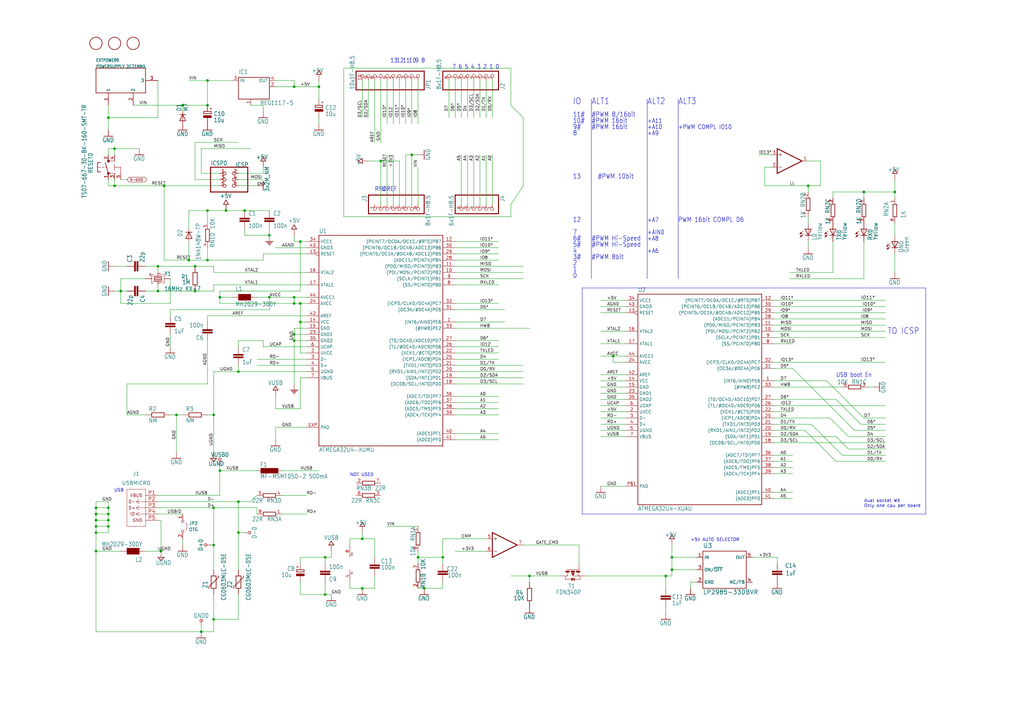
<source format=kicad_sch>
(kicad_sch (version 20231120) (generator "eeschema") (generator_version "8.0")
  (paper "A3")
  (title_block (title "Leonardo Board") (date "2024-12-17") (rev "3e") (company "Further adapted by Aanas Sayed") (comment 1 "Ported to KiCad by Ronan LE MEILLAT (https://github.com/eltorio/leonardo)") (comment 2 "Arduino © Leonardo (https://content.arduino.cc/assets/Leonardo-reference.zip)") (comment 3 "Adapted from"))
  (junction (at 87.63 170.18))
  (junction (at 44.45 48.26))
  (junction (at 44.45 210.82))
  (junction (at 156.21 66.04))
  (junction (at 87.63 208.28))
  (junction (at 354.33 78.74))
  (junction (at 123.19 124.46))
  (junction (at 44.45 215.9))
  (junction (at 80.01 119.38))
  (junction (at 331.47 76.2))
  (junction (at 110.49 96.52))
  (junction (at 39.37 208.28))
  (junction (at 87.63 254))
  (junction (at 66.04 226.06))
  (junction (at 39.37 218.44))
  (junction (at 85.09 33.02))
  (junction (at 80.01 109.22))
  (junction (at 39.37 210.82))
  (junction (at 148.59 241.3))
  (junction (at 67.31 76.2))
  (junction (at 39.37 226.06))
  (junction (at 90.17 193.04))
  (junction (at 120.65 139.7))
  (junction (at 39.37 215.9))
  (junction (at 110.49 121.92))
  (junction (at 217.17 236.22))
  (junction (at 123.19 99.06))
  (junction (at 120.65 121.92))
  (junction (at 90.17 121.92))
  (junction (at 44.45 213.36))
  (junction (at 72.39 170.18))
  (junction (at 251.46 146.05))
  (junction (at 181.61 228.6))
  (junction (at 173.99 241.3))
  (junction (at 120.65 35.56))
  (junction (at 120.65 124.46))
  (junction (at 64.77 109.22))
  (junction (at 85.09 43.18))
  (junction (at 123.19 132.08))
  (junction (at 148.59 220.98))
  (junction (at 82.55 259.08))
  (junction (at 44.45 208.28))
  (junction (at 275.59 233.68))
  (junction (at 87.63 223.52))
  (junction (at 92.71 86.36))
  (junction (at 367.03 78.74))
  (junction (at 85.09 106.68))
  (junction (at 120.65 137.16))
  (junction (at 39.37 213.36))
  (junction (at 171.45 228.6))
  (junction (at 97.79 205.74))
  (junction (at 77.47 106.68))
  (junction (at 85.09 86.36))
  (junction (at 100.33 86.36))
  (junction (at 74.93 43.18))
  (junction (at 46.99 76.2))
  (junction (at 275.59 228.6))
  (junction (at 64.77 119.38))
  (junction (at 46.99 60.96))
  (junction (at 273.05 236.22))
  (junction (at 97.79 218.44))
  (junction (at 133.35 243.84))
  (junction (at 168.91 63.5))
  (junction (at 133.35 228.6))
  (junction (at 49.53 119.38))
  (junction (at 97.79 152.4))
  (junction (at 130.81 35.56))
  (wire (pts (xy 347.98 179.07) (xy 363.22 179.07)))
  (wire (pts (xy 125.73 144.78) (xy 123.19 144.78)))
  (wire (pts (xy 186.69 162.56) (xy 204.47 162.56)))
  (wire (pts (xy 273.05 241.3) (xy 273.05 236.22)))
  (wire (pts (xy 133.35 238.76) (xy 133.35 243.84)))
  (wire (pts (xy 85.09 86.36) (xy 77.47 86.36)))
  (wire (pts (xy 52.07 170.18) (xy 59.69 170.18)))
  (wire (pts (xy 44.45 48.26) (xy 64.77 48.26)))
  (wire (pts (xy 256.54 199.39) (xy 246.38 199.39)))
  (wire (pts (xy 332.74 173.99) (xy 345.44 186.69)))
  (wire (pts (xy 273.05 236.22) (xy 275.59 236.22)))
  (wire (pts (xy 46.99 119.38) (xy 49.53 119.38)))
  (wire (pts (xy 125.73 134.62) (xy 120.65 134.62)))
  (wire (pts (xy 204.47 139.7) (xy 186.69 139.7)))
  (wire (pts (xy 156.21 66.04) (xy 151.13 66.04)))
  (wire (pts (xy 204.47 104.14) (xy 186.69 104.14)))
  (wire (pts (xy 44.45 215.9) (xy 44.45 218.44)))
  (polyline (pts (xy 379.73 118.11) (xy 379.73 210.82)))
  (wire (pts (xy 339.09 156.21) (xy 354.33 171.45)))
  (wire (pts (xy 275.59 233.68) (xy 275.59 228.6)))
  (wire (pts (xy 82.55 60.96) (xy 102.87 60.96)))
  (wire (pts (xy 74.93 45.72) (xy 74.93 43.18)))
  (wire (pts (xy 336.55 76.2) (xy 336.55 66.04)))
  (wire (pts (xy 340.36 171.45) (xy 347.98 179.07)))
  (wire (pts (xy 85.09 43.18) (xy 85.09 33.02)))
  (wire (pts (xy 105.41 121.92) (xy 110.49 121.92)))
  (wire (pts (xy 90.17 73.66) (xy 80.01 73.66)))
  (wire (pts (xy 77.47 86.36) (xy 77.47 93.98)))
  (wire (pts (xy 97.79 205.74) (xy 64.77 205.74)))
  (wire (pts (xy 90.17 190.5) (xy 90.17 193.04)))
  (wire (pts (xy 171.45 68.58) (xy 171.45 83.82)))
  (wire (pts (xy 214.63 114.3) (xy 186.69 114.3)))
  (wire (pts (xy 44.45 43.18) (xy 44.45 48.26)))
  (wire (pts (xy 123.19 238.76) (xy 123.19 243.84)))
  (wire (pts (xy 204.47 124.46) (xy 186.69 124.46)))
  (wire (pts (xy 214.63 154.94) (xy 186.69 154.94)))
  (wire (pts (xy 64.77 116.84) (xy 64.77 119.38)))
  (wire (pts (xy 105.41 76.2) (xy 97.79 76.2)))
  (wire (pts (xy 354.33 171.45) (xy 363.22 171.45)))
  (wire (pts (xy 100.33 96.52) (xy 100.33 93.98)))
  (polyline (pts (xy 278.13 40.64) (xy 278.13 114.3)))
  (wire (pts (xy 87.63 259.08) (xy 82.55 259.08)))
  (wire (pts (xy 214.63 76.2) (xy 209.55 83.82)))
  (wire (pts (xy 90.17 203.2) (xy 90.17 193.04)))
  (wire (pts (xy 140.97 27.94) (xy 209.55 27.94)))
  (polyline (pts (xy 379.73 118.11) (xy 238.76 118.11)))
  (wire (pts (xy 336.55 76.2) (xy 331.47 76.2)))
  (wire (pts (xy 256.54 179.07) (xy 246.38 179.07)))
  (wire (pts (xy 207.01 132.08) (xy 186.69 132.08)))
  (wire (pts (xy 186.69 177.8) (xy 204.47 177.8)))
  (wire (pts (xy 317.5 135.89) (xy 363.22 135.89)))
  (wire (pts (xy 125.73 152.4) (xy 97.79 152.4)))
  (wire (pts (xy 92.71 86.36) (xy 100.33 86.36)))
  (wire (pts (xy 130.81 35.56) (xy 130.81 33.02)))
  (wire (pts (xy 125.73 149.86) (xy 105.41 149.86)))
  (wire (pts (xy 201.93 48.26) (xy 201.93 33.02)))
  (wire (pts (xy 275.59 228.6) (xy 275.59 223.52)))
  (wire (pts (xy 353.06 173.99) (xy 363.22 173.99)))
  (wire (pts (xy 120.65 124.46) (xy 120.65 121.92)))
  (wire (pts (xy 64.77 111.76) (xy 64.77 109.22)))
  (wire (pts (xy 317.5 181.61) (xy 363.22 181.61)))
  (wire (pts (xy 87.63 233.68) (xy 87.63 223.52)))
  (wire (pts (xy 317.5 191.77) (xy 325.12 191.77)))
  (wire (pts (xy 189.23 48.26) (xy 189.23 33.02)))
  (wire (pts (xy 181.61 228.6) (xy 181.61 220.98)))
  (wire (pts (xy 85.09 157.48) (xy 52.07 157.48)))
  (polyline (pts (xy 242.57 40.64) (xy 242.57 114.3)))
  (wire (pts (xy 87.63 170.18) (xy 87.63 185.42)))
  (wire (pts (xy 323.85 114.3) (xy 354.33 114.3)))
  (wire (pts (xy 153.67 58.42) (xy 153.67 33.02)))
  (wire (pts (xy 85.09 139.7) (xy 85.09 157.48)))
  (wire (pts (xy 107.95 104.14) (xy 107.95 106.68)))
  (wire (pts (xy 256.54 163.83) (xy 246.38 163.83)))
  (wire (pts (xy 148.59 218.44) (xy 148.59 220.98)))
  (wire (pts (xy 107.95 68.58) (xy 107.95 71.12)))
  (wire (pts (xy 125.73 129.54) (xy 85.09 129.54)))
  (wire (pts (xy 107.95 142.24) (xy 107.95 139.7)))
  (wire (pts (xy 49.53 124.46) (xy 49.53 119.38)))
  (wire (pts (xy 87.63 152.4) (xy 87.63 170.18)))
  (wire (pts (xy 342.9 163.83) (xy 353.06 173.99)))
  (wire (pts (xy 214.63 48.26) (xy 214.63 76.2)))
  (wire (pts (xy 317.5 179.07) (xy 342.9 179.07)))
  (wire (pts (xy 102.87 43.18) (xy 107.95 43.18)))
  (wire (pts (xy 85.09 170.18) (xy 87.63 170.18)))
  (wire (pts (xy 44.45 210.82) (xy 39.37 210.82)))
  (wire (pts (xy 342.9 179.07) (xy 347.98 184.15)))
  (wire (pts (xy 97.79 243.84) (xy 97.79 254)))
  (polyline (pts (xy 238.76 118.11) (xy 238.76 210.82)))
  (wire (pts (xy 90.17 121.92) (xy 95.25 121.92)))
  (wire (pts (xy 317.5 158.75) (xy 345.44 158.75)))
  (wire (pts (xy 125.73 116.84) (xy 87.63 116.84)))
  (wire (pts (xy 44.45 213.36) (xy 39.37 213.36)))
  (wire (pts (xy 125.73 175.26) (xy 113.03 175.26)))
  (wire (pts (xy 115.57 210.82) (xy 125.73 210.82)))
  (wire (pts (xy 308.61 228.6) (xy 318.77 228.6)))
  (wire (pts (xy 317.5 123.19) (xy 363.22 123.19)))
  (wire (pts (xy 44.45 215.9) (xy 39.37 215.9)))
  (wire (pts (xy 367.03 78.74) (xy 367.03 73.66)))
  (wire (pts (xy 342.9 189.23) (xy 363.22 189.23)))
  (wire (pts (xy 331.47 78.74) (xy 331.47 76.2)))
  (wire (pts (xy 214.63 157.48) (xy 186.69 157.48)))
  (wire (pts (xy 181.61 238.76) (xy 181.61 241.3)))
  (wire (pts (xy 148.59 220.98) (xy 143.51 220.98)))
  (wire (pts (xy 120.65 33.02) (xy 120.65 35.56)))
  (wire (pts (xy 130.81 40.64) (xy 130.81 35.56)))
  (wire (pts (xy 204.47 142.24) (xy 186.69 142.24)))
  (wire (pts (xy 331.47 66.04) (xy 336.55 66.04)))
  (wire (pts (xy 339.09 156.21) (xy 317.5 156.21)))
  (wire (pts (xy 171.45 241.3) (xy 173.99 241.3)))
  (wire (pts (xy 332.74 173.99) (xy 317.5 173.99)))
  (wire (pts (xy 44.45 210.82) (xy 44.45 213.36)))
  (wire (pts (xy 125.73 142.24) (xy 107.95 142.24)))
  (wire (pts (xy 347.98 184.15) (xy 363.22 184.15)))
  (wire (pts (xy 285.75 238.76) (xy 283.21 238.76)))
  (wire (pts (xy 44.45 205.74) (xy 39.37 205.74)))
  (wire (pts (xy 97.79 233.68) (xy 97.79 218.44)))
  (wire (pts (xy 317.5 186.69) (xy 325.12 186.69)))
  (wire (pts (xy 246.38 156.21) (xy 256.54 156.21)))
  (wire (pts (xy 256.54 158.75) (xy 246.38 158.75)))
  (wire (pts (xy 44.45 76.2) (xy 46.99 76.2)))
  (wire (pts (xy 166.37 63.5) (xy 168.91 63.5)))
  (wire (pts (xy 171.45 33.02) (xy 171.45 50.8)))
  (wire (pts (xy 273.05 248.92) (xy 273.05 251.46)))
  (wire (pts (xy 186.69 116.84) (xy 204.47 116.84)))
  (wire (pts (xy 107.95 139.7) (xy 97.79 139.7)))
  (wire (pts (xy 90.17 124.46) (xy 120.65 124.46)))
  (wire (pts (xy 317.5 168.91) (xy 325.12 168.91)))
  (wire (pts (xy 204.47 99.06) (xy 186.69 99.06)))
  (wire (pts (xy 130.81 35.56) (xy 120.65 35.56)))
  (wire (pts (xy 64.77 213.36) (xy 66.04 213.36)))
  (wire (pts (xy 39.37 215.9) (xy 39.37 213.36)))
  (wire (pts (xy 39.37 210.82) (xy 39.37 213.36)))
  (wire (pts (xy 123.19 154.94) (xy 123.19 167.64)))
  (wire (pts (xy 161.29 83.82) (xy 161.29 63.5)))
  (wire (pts (xy 86.36 223.52) (xy 87.63 223.52)))
  (wire (pts (xy 44.45 60.96) (xy 46.99 60.96)))
  (wire (pts (xy 105.41 208.28) (xy 87.63 208.28)))
  (wire (pts (xy 153.67 241.3) (xy 148.59 241.3)))
  (wire (pts (xy 123.19 228.6) (xy 133.35 228.6)))
  (wire (pts (xy 181.61 220.98) (xy 199.39 220.98)))
  (wire (pts (xy 44.45 208.28) (xy 39.37 208.28)))
  (wire (pts (xy 123.19 124.46) (xy 123.19 132.08)))
  (wire (pts (xy 186.69 147.32) (xy 204.47 147.32)))
  (wire (pts (xy 168.91 83.82) (xy 168.91 63.5)))
  (wire (pts (xy 39.37 226.06) (xy 39.37 218.44)))
  (wire (pts (xy 80.01 73.66) (xy 80.01 58.42)))
  (wire (pts (xy 317.5 171.45) (xy 340.36 171.45)))
  (wire (pts (xy 120.65 121.92) (xy 125.73 121.92)))
  (wire (pts (xy 123.19 243.84) (xy 133.35 243.84)))
  (wire (pts (xy 251.46 146.05) (xy 256.54 146.05)))
  (wire (pts (xy 39.37 208.28) (xy 39.37 210.82)))
  (wire (pts (xy 52.07 157.48) (xy 52.07 170.18)))
  (wire (pts (xy 217.17 238.76) (xy 217.17 236.22)))
  (wire (pts (xy 135.89 226.06) (xy 135.89 228.6)))
  (wire (pts (xy 39.37 259.08) (xy 39.37 226.06)))
  (wire (pts (xy 317.5 194.31) (xy 325.12 194.31)))
  (wire (pts (xy 214.63 111.76) (xy 186.69 111.76)))
  (wire (pts (xy 120.65 139.7) (xy 120.65 157.48)))
  (wire (pts (xy 317.5 204.47) (xy 325.12 204.47)))
  (wire (pts (xy 69.85 124.46) (xy 49.53 124.46)))
  (wire (pts (xy 158.75 63.5) (xy 158.75 83.82)))
  (wire (pts (xy 90.17 121.92) (xy 90.17 124.46)))
  (wire (pts (xy 90.17 76.2) (xy 67.31 76.2)))
  (wire (pts (xy 214.63 152.4) (xy 186.69 152.4)))
  (wire (pts (xy 189.23 63.5) (xy 189.23 83.82)))
  (wire (pts (xy 64.77 48.26) (xy 64.77 33.02)))
  (wire (pts (xy 325.12 151.13) (xy 317.5 151.13)))
  (wire (pts (xy 130.81 48.26) (xy 130.81 50.8)))
  (wire (pts (xy 367.03 96.52) (xy 367.03 91.44)))
  (wire (pts (xy 166.37 50.8) (xy 166.37 33.02)))
  (wire (pts (xy 317.5 125.73) (xy 363.22 125.73)))
  (wire (pts (xy 194.31 48.26) (xy 194.31 33.02)))
  (wire (pts (xy 367.03 81.28) (xy 367.03 78.74)))
  (wire (pts (xy 186.69 165.1) (xy 204.47 165.1)))
  (wire (pts (xy 113.03 35.56) (xy 120.65 35.56)))
  (wire (pts (xy 123.19 144.78) (xy 123.19 132.08)))
  (wire (pts (xy 181.61 228.6) (xy 181.61 231.14)))
  (wire (pts (xy 44.45 48.26) (xy 44.45 53.34)))
  (wire (pts (xy 199.39 226.06) (xy 186.69 226.06)))
  (wire (pts (xy 156.21 83.82) (xy 156.21 66.04)))
  (wire (pts (xy 100.33 86.36) (xy 110.49 86.36)))
  (polyline (pts (xy 265.43 40.64) (xy 265.43 114.3)))
  (wire (pts (xy 209.55 236.22) (xy 217.17 236.22)))
  (wire (pts (xy 123.19 167.64) (xy 113.03 167.64)))
  (polyline (pts (xy 238.76 210.82) (xy 379.73 210.82)))
  (wire (pts (xy 46.99 109.22) (xy 52.07 109.22)))
  (wire (pts (xy 123.19 99.06) (xy 120.65 99.06)))
  (wire (pts (xy 143.51 241.3) (xy 143.51 238.76)))
  (wire (pts (xy 110.49 127) (xy 110.49 121.92)))
  (wire (pts (xy 125.73 139.7) (xy 120.65 139.7)))
  (wire (pts (xy 85.09 106.68) (xy 107.95 106.68)))
  (wire (pts (xy 209.55 27.94) (xy 209.55 43.18)))
  (wire (pts (xy 69.85 127) (xy 110.49 127)))
  (wire (pts (xy 246.38 168.91) (xy 256.54 168.91)))
  (wire (pts (xy 64.77 203.2) (xy 90.17 203.2)))
  (wire (pts (xy 283.21 238.76) (xy 283.21 241.3)))
  (wire (pts (xy 350.52 176.53) (xy 363.22 176.53)))
  (wire (pts (xy 90.17 119.38) (xy 90.17 121.92)))
  (wire (pts (xy 354.33 78.74) (xy 341.63 78.74)))
  (wire (pts (xy 87.63 119.38) (xy 87.63 116.84)))
  (wire (pts (xy 256.54 176.53) (xy 246.38 176.53)))
  (wire (pts (xy 256.54 153.67) (xy 246.38 153.67)))
  (wire (pts (xy 317.5 133.35) (xy 363.22 133.35)))
  (wire (pts (xy 120.65 124.46) (xy 123.19 124.46)))
  (wire (pts (xy 44.45 205.74) (xy 44.45 208.28)))
  (wire (pts (xy 107.95 71.12) (xy 97.79 71.12)))
  (wire (pts (xy 161.29 50.8) (xy 161.29 33.02)))
  (wire (pts (xy 148.59 241.3) (xy 143.51 241.3)))
  (wire (pts (xy 275.59 236.22) (xy 275.59 233.68)))
  (wire (pts (xy 153.67 220.98) (xy 153.67 228.6)))
  (wire (pts (xy 186.69 134.62) (xy 217.17 134.62)))
  (wire (pts (xy 44.45 208.28) (xy 44.45 210.82)))
  (wire (pts (xy 85.09 91.44) (xy 85.09 86.36)))
  (wire (pts (xy 67.31 106.68) (xy 77.47 106.68)))
  (wire (pts (xy 59.69 226.06) (xy 66.04 226.06)))
  (wire (pts (xy 44.45 213.36) (xy 44.45 215.9)))
  (wire (pts (xy 209.55 88.9) (xy 140.97 88.9)))
  (wire (pts (xy 87.63 254) (xy 87.63 243.84)))
  (wire (pts (xy 46.99 76.2) (xy 67.31 76.2)))
  (wire (pts (xy 171.45 226.06) (xy 171.45 228.6)))
  (wire (pts (xy 166.37 83.82) (xy 166.37 63.5)))
  (wire (pts (xy 66.04 226.06) (xy 66.04 213.36)))
  (wire (pts (xy 191.77 48.26) (xy 191.77 33.02)))
  (wire (pts (xy 64.77 210.82) (xy 74.93 210.82)))
  (wire (pts (xy 95.25 33.02) (xy 85.09 33.02)))
  (wire (pts (xy 72.39 170.18) (xy 72.39 185.42)))
  (wire (pts (xy 363.22 148.59) (xy 317.5 148.59)))
  (wire (pts (xy 331.47 101.6) (xy 331.47 99.06)))
  (wire (pts (xy 256.54 125.73) (xy 246.38 125.73)))
  (wire (pts (xy 331.47 88.9) (xy 331.47 91.44)))
  (wire (pts (xy 133.35 231.14) (xy 133.35 228.6)))
  (wire (pts (xy 85.09 132.08) (xy 85.09 129.54)))
  (wire (pts (xy 69.85 142.24) (xy 69.85 137.16)))
  (wire (pts (xy 163.83 66.04) (xy 156.21 66.04)))
  (wire (pts (xy 199.39 48.26) (xy 199.39 33.02)))
  (wire (pts (xy 237.49 231.14) (xy 237.49 223.52)))
  (wire (pts (xy 331.47 76.2) (xy 313.69 76.2)))
  (wire (pts (xy 74.93 43.18) (xy 85.09 43.18)))
  (wire (pts (xy 125.73 101.6) (xy 113.03 101.6)))
  (wire (pts (xy 214.63 149.86) (xy 186.69 149.86)))
  (wire (pts (xy 256.54 135.89) (xy 246.38 135.89)))
  (wire (pts (xy 354.33 114.3) (xy 354.33 99.06)))
  (wire (pts (xy 125.73 104.14) (xy 107.95 104.14)))
  (wire (pts (xy 204.47 144.78) (xy 186.69 144.78)))
  (wire (pts (xy 120.65 99.06) (xy 120.65 96.52)))
  (wire (pts (xy 64.77 109.22) (xy 80.01 109.22)))
  (wire (pts (xy 285.75 228.6) (xy 275.59 228.6)))
  (wire (pts (xy 123.19 132.08) (xy 125.73 132.08)))
  (wire (pts (xy 110.49 96.52) (xy 100.33 96.52)))
  (wire (pts (xy 181.61 228.6) (xy 171.45 228.6)))
  (wire (pts (xy 46.99 63.5) (xy 46.99 60.96)))
  (wire (pts (xy 168.91 63.5) (xy 171.45 63.5)))
  (wire (pts (xy 120.65 137.16) (xy 120.65 139.7)))
  (wire (pts (xy 199.39 63.5) (xy 199.39 83.82)))
  (wire (pts (xy 184.15 48.26) (xy 184.15 33.02)))
  (wire (pts (xy 123.19 99.06) (xy 123.19 119.38)))
  (wire (pts (xy 115.57 203.2) (xy 125.73 203.2)))
  (wire (pts (xy 214.63 223.52) (xy 237.49 223.52)))
  (wire (pts (xy 196.85 63.5) (xy 196.85 83.82)))
  (wire (pts (xy 256.54 166.37) (xy 246.38 166.37)))
  (wire (pts (xy 125.73 154.94) (xy 123.19 154.94)))
  (wire (pts (xy 85.09 33.02) (xy 77.47 33.02)))
  (wire (pts (xy 256.54 171.45) (xy 246.38 171.45)))
  (wire (pts (xy 110.49 96.52) (xy 110.49 93.98)))
  (wire (pts (xy 69.85 129.54) (xy 69.85 127)))
  (wire (pts (xy 80.01 58.42) (xy 97.79 58.42)))
  (wire (pts (xy 72.39 170.18) (xy 69.85 170.18)))
  (wire (pts (xy 125.73 137.16) (xy 120.65 137.16)))
  (wire (pts (xy 256.54 173.99) (xy 246.38 173.99)))
  (wire (pts (xy 313.69 68.58) (xy 316.23 68.58)))
  (wire (pts (xy 246.38 146.05) (xy 251.46 146.05)))
  (wire (pts (xy 102.87 205.74) (xy 105.41 203.2)))
  (wire (pts (xy 74.93 170.18) (xy 72.39 170.18)))
  (wire (pts (xy 97.79 254) (xy 87.63 254)))
  (wire (pts (xy 80.01 119.38) (xy 87.63 119.38)))
  (wire (pts (xy 123.19 119.38) (xy 90.17 119.38)))
  (wire (pts (xy 194.31 63.5) (xy 194.31 83.82)))
  (wire (pts (xy 330.2 176.53) (xy 342.9 189.23)))
  (wire (pts (xy 87.63 208.28) (xy 64.77 208.28)))
  (wire (pts (xy 120.65 134.62) (xy 120.65 137.16)))
  (wire (pts (xy 317.5 163.83) (xy 342.9 163.83)))
  (wire (pts (xy 130.81 193.04) (xy 115.57 193.04)))
  (wire (pts (xy 158.75 50.8) (xy 158.75 33.02)))
  (wire (pts (xy 102.87 205.74) (xy 97.79 205.74)))
  (wire (pts (xy 85.09 86.36) (xy 92.71 86.36)))
  (wire (pts (xy 44.45 63.5) (xy 44.45 60.96)))
  (wire (pts (xy 196.85 48.26) (xy 196.85 33.02)))
  (wire (pts (xy 39.37 205.74) (xy 39.37 208.28)))
  (wire (pts (xy 49.53 226.06) (xy 39.37 226.06)))
  (wire (pts (xy 363.22 166.37) (xy 317.5 166.37)))
  (wire (pts (xy 240.03 236.22) (xy 273.05 236.22)))
  (wire (pts (xy 59.69 114.3) (xy 49.53 114.3)))
  (wire (pts (xy 151.13 48.26) (xy 151.13 33.02)))
  (wire (pts (xy 113.03 167.64) (xy 113.03 162.56)))
  (wire (pts (xy 87.63 111.76) (xy 87.63 109.22)))
  (wire (pts (xy 209.55 83.82) (xy 209.55 88.9)))
  (wire (pts (xy 113.03 33.02) (xy 120.65 33.02)))
  (wire (pts (xy 256.54 161.29) (xy 246.38 161.29)))
  (wire (pts (xy 82.55 256.54) (xy 82.55 259.08)))
  (wire (pts (xy 201.93 63.5) (xy 201.93 83.82)))
  (wire (pts (xy 44.45 218.44) (xy 39.37 218.44)))
  (wire (pts (xy 350.52 176.53) (xy 325.12 151.13)))
  (wire (pts (xy 156.21 58.42) (xy 156.21 33.02)))
  (wire (pts (xy 90.17 193.04) (xy 105.41 193.04)))
  (wire (pts (xy 163.83 83.82) (xy 163.83 66.04)))
  (wire (pts (xy 317.5 140.97) (xy 325.12 140.97)))
  (wire (pts (xy 87.63 254) (xy 87.63 259.08)))
  (wire (pts (xy 207.01 127) (xy 186.69 127)))
  (wire (pts (xy 97.79 152.4) (xy 87.63 152.4)))
  (wire (pts (xy 163.83 50.8) (xy 163.83 33.02)))
  (wire (pts (xy 77.47 106.68) (xy 85.09 106.68)))
  (wire (pts (xy 49.53 114.3) (xy 49.53 119.38)))
  (wire (pts (xy 87.63 223.52) (xy 87.63 208.28)))
  (wire (pts (xy 317.5 189.23) (xy 325.12 189.23)))
  (wire (pts (xy 39.37 218.44) (xy 39.37 215.9)))
  (wire (pts (xy 168.91 50.8) (xy 168.91 33.02)))
  (wire (pts (xy 317.5 201.93) (xy 325.12 201.93)))
  (wire (pts (xy 191.77 63.5) (xy 191.77 83.82)))
  (wire (pts (xy 256.54 128.27) (xy 246.38 128.27)))
  (wire (pts (xy 107.95 43.18) (xy 107.95 45.72)))
  (wire (pts (xy 133.35 228.6) (xy 135.89 228.6)))
  (wire (pts (xy 330.2 176.53) (xy 317.5 176.53)))
  (wire (pts (xy 87.63 109.22) (xy 80.01 109.22)))
  (wire (pts (xy 64.77 119.38) (xy 80.01 119.38)))
  (wire (pts (xy 204.47 101.6) (xy 186.69 101.6)))
  (wire (pts (xy 97.79 73.66) (xy 107.95 73.66)))
  (wire (pts (xy 367.03 111.76) (xy 367.03 104.14)))
  (wire (pts (xy 90.17 71.12) (xy 82.55 71.12)))
  (wire (pts (xy 317.5 138.43) (xy 363.22 138.43)))
  (wire (pts (xy 54.61 43.18) (xy 74.93 43.18)))
  (wire (pts (xy 341.63 78.74) (xy 341.63 81.28)))
  (wire (pts (xy 186.69 106.68) (xy 204.47 106.68)))
  (wire (pts (xy 133.35 243.84) (xy 135.89 243.84)))
  (wire (pts (xy 97.79 139.7) (xy 97.79 142.24)))
  (wire (pts (xy 46.99 73.66) (xy 46.99 76.2)))
  (wire (pts (xy 85.09 101.6) (xy 85.09 106.68)))
  (wire (pts (xy 354.33 78.74) (xy 367.03 78.74)))
  (wire (pts (xy 77.47 99.06) (xy 77.47 106.68)))
  (wire (pts (xy 345.44 186.69) (xy 363.22 186.69)))
  (wire (pts (xy 125.73 111.76) (xy 87.63 111.76)))
  (wire (pts (xy 171.45 231.14) (xy 171.45 228.6)))
  (wire (pts (xy 341.63 99.06) (xy 341.63 111.76)))
  (wire (pts (xy 311.15 63.5) (xy 316.23 63.5)))
  (wire (pts (xy 256.54 148.59) (xy 251.46 148.59)))
  (wire (pts (xy 123.19 231.14) (xy 123.19 228.6)))
  (wire (pts (xy 44.45 73.66) (xy 44.45 76.2)))
  (wire (pts (xy 317.5 130.81) (xy 363.22 130.81)))
  (wire (pts (xy 354.33 81.28) (xy 354.33 78.74)))
  (wire (pts (xy 82.55 259.08) (xy 39.37 259.08)))
  (wire (pts (xy 181.61 241.3) (xy 173.99 241.3)))
  (wire (pts (xy 140.97 88.9) (xy 140.97 27.94)))
  (wire (pts (xy 217.17 236.22) (xy 229.87 236.22)))
  (wire (pts (xy 313.69 76.2) (xy 313.69 68.58)))
  (wire (pts (xy 125.73 147.32) (xy 105.41 147.32)))
  (wire (pts (xy 82.55 71.12) (xy 82.55 60.96)))
  (wire (pts (xy 59.69 119.38) (xy 64.77 119.38)))
  (wire (pts (xy 186.69 167.64) (xy 204.47 167.64)))
  (wire (pts (xy 209.55 43.18) (xy 214.63 48.26)))
  (wire (pts (xy 49.53 119.38) (xy 52.07 119.38)))
  (wire (pts (xy 341.63 111.76) (xy 323.85 111.76)))
  (wire (pts (xy 186.69 170.18) (xy 204.47 170.18)))
  (wire (pts (xy 100.33 218.44) (xy 97.79 218.44)))
  (wire (pts (xy 67.31 76.2) (xy 67.31 106.68)))
  (wire (pts (xy 49.53 73.66) (xy 52.07 73.66)))
  (wire (pts (xy 110.49 121.92) (xy 120.65 121.92)))
  (wire (pts (xy 59.69 109.22) (xy 64.77 109.22)))
  (wire (pts (xy 113.03 175.26) (xy 113.03 180.34)))
  (wire (pts (xy 285.75 233.68) (xy 275.59 233.68)))
  (wire (pts (xy 158.75 215.9) (xy 171.45 215.9)))
  (wire (pts (xy 148.59 48.26) (xy 148.59 33.02)))
  (wire (pts (xy 105.41 208.28) (xy 105.41 210.82)))
  (wire (pts (xy 143.51 220.98) (xy 143.51 223.52)))
  (wire (pts (xy 355.6 158.75) (xy 358.14 158.75)))
  (wire (pts (xy 186.69 180.34) (xy 204.47 180.34)))
  (wire (pts (xy 148.59 220.98) (xy 153.67 220.98)))
  (wire (pts (xy 97.79 149.86) (xy 97.79 152.4)))
  (wire (pts (xy 246.38 123.19) (xy 256.54 123.19)))
  (wire (pts (xy 74.93 220.98) (xy 74.93 223.52)))
  (wire (pts (xy 251.46 148.59) (xy 251.46 146.05)))
  (wire (pts (xy 214.63 109.22) (xy 186.69 109.22)))
  (wire (pts (xy 256.54 140.97) (xy 246.38 140.97)))
  (wire (pts (xy 69.85 114.3) (xy 69.85 124.46)))
  (wire (pts (xy 186.69 48.26) (xy 186.69 33.02)))
  (wire (pts (xy 123.19 124.46) (xy 125.73 124.46)))
  (wire (pts (xy 153.67 236.22) (xy 153.67 241.3)))
  (wire (pts (xy 123.19 99.06) (xy 125.73 99.06)))
  (wire (pts (xy 46.99 60.96) (xy 57.15 60.96)))
  (wire (pts (xy 317.5 128.27) (xy 363.22 128.27)))
  (wire (pts (xy 97.79 218.44) (xy 97.79 205.74)))
  (wire (pts (xy 318.77 228.6) (xy 318.77 231.14)))
  (text "#PWM 8/16bit" (at 242.57 48.26 0) (effects (font (size 1.9304 1.6408)) (justify left bottom)))
  (text "11" (at 165.1 26.035 0) (effects (font (size 1.778 1.5113)) (justify left bottom)))
  (text "PWM 16bit COMPL D6" (at 278.13 91.44 0) (effects (font (size 1.9304 1.6408)) (justify left bottom)))
  (text "USB boot En" (at 342.9 154.94 0) (effects (font (size 1.778 1.5113)) (justify left bottom)))
  (text "IO" (at 234.95 43.18 0) (effects (font (size 2.54 2.159)) (justify left bottom)))
  (text "8" (at 172.72 26.035 0) (effects (font (size 1.778 1.5113)) (justify left bottom)))
  (text "NOT USED" (at 143.51 195.58 0) (effects (font (size 1.27 1.27)) (justify left bottom)))
  (text "RFU" (at 153.67 78.74 0) (effects (font (size 1.778 1.5113)) (justify left bottom)))
  (text "#PWM 8bit" (at 242.57 106.68 0) (effects (font (size 1.9304 1.6408)) (justify left bottom)))
  (text "6#" (at 234.95 99.06 0) (effects (font (size 1.9304 1.6408)) (justify left bottom)))
  (text "12" (at 234.95 91.44 0) (effects (font (size 1.9304 1.6408)) (justify left bottom)))
  (text "+PWM COMPL IO10" (at 278.13 53.34 0) (effects (font (size 1.778 1.5113)) (justify left bottom)))
  (text "#PWM 16bit" (at 242.57 53.34 0) (effects (font (size 1.9304 1.6408)) (justify left bottom)))
  (text "TO ICSP" (at 363.982 137.414 0) (effects (font (size 2.54 2.159)) (justify left bottom)))
  (text "7" (at 185.42 28.575 0) (effects (font (size 1.778 1.5113)) (justify left bottom)))
  (text "dual socket WA\nOnly one cpu per board" (at 354.33 208.28 0) (effects (font (size 1.27 1.27)) (justify left bottom)))
  (text "#PWM Hi-Speed" (at 242.57 99.06 0) (effects (font (size 1.9304 1.6408)) (justify left bottom)))
  (text "+A10" (at 265.43 53.34 0) (effects (font (size 1.778 1.5113)) (justify left bottom)))
  (text "5#" (at 234.95 101.6 0) (effects (font (size 1.9304 1.6408)) (justify left bottom)))
  (text "1" (at 234.95 111.76 0) (effects (font (size 1.9304 1.6408)) (justify left bottom)))
  (text "7" (at 234.95 96.52 0) (effects (font (size 1.9304 1.6408)) (justify left bottom)))
  (text "11#" (at 234.95 48.26 0) (effects (font (size 1.9304 1.6408)) (justify left bottom)))
  (text "9#" (at 234.95 53.34 0) (effects (font (size 1.9304 1.6408)) (justify left bottom)))
  (text "0" (at 203.2 28.575 0) (effects (font (size 1.778 1.5113)) (justify left bottom)))
  (text "13" (at 160.02 26.035 0) (effects (font (size 1.778 1.5113)) (justify left bottom)))
  (text "IOREF" (at 156.21 78.74 0) (effects (font (size 1.778 1.5113)) (justify left bottom)))
  (text "3" (at 195.58 28.575 0) (effects (font (size 1.778 1.5113)) (justify left bottom)))
  (text "+5V AUTO SELECTOR" (at 283.21 222.25 0) (effects (font (size 1.27 1.27)) (justify left bottom)))
  (text "8" (at 234.95 55.88 0) (effects (font (size 1.9304 1.6408)) (justify left bottom)))
  (text "+AIN0" (at 265.43 96.52 0) (effects (font (size 1.778 1.5113)) (justify left bottom)))
  (text "ALT3" (at 278.13 43.18 0) (effects (font (size 2.54 2.159)) (justify left bottom)))
  (text "5" (at 190.5 28.575 0) (effects (font (size 1.778 1.5113)) (justify left bottom)))
  (text "4" (at 234.95 104.14 0) (effects (font (size 1.9304 1.6408)) (justify left bottom)))
  (text "+A8" (at 265.43 99.06 0) (effects (font (size 1.778 1.5113)) (justify left bottom)))
  (text "4" (at 193.04 28.575 0) (effects (font (size 1.778 1.5113)) (justify left bottom)))
  (text "+A9" (at 265.43 55.88 0) (effects (font (size 1.778 1.5113)) (justify left bottom)))
  (text "ALT1" (at 242.57 43.18 0) (effects (font (size 2.54 2.159)) (justify left bottom)))
  (text "+A6" (at 265.43 104.14 0) (effects (font (size 1.778 1.5113)) (justify left bottom)))
  (text "0" (at 234.95 114.3 0) (effects (font (size 1.9304 1.6408)) (justify left bottom)))
  (text "10" (at 167.64 26.035 0) (effects (font (size 1.778 1.5113)) (justify left bottom)))
  (text "#PWM 10bit" (at 245.11 73.66 0) (effects (font (size 1.9304 1.6408)) (justify left bottom)))
  (text "1" (at 200.66 28.575 0) (effects (font (size 1.778 1.5113)) (justify left bottom)))
  (text "9" (at 170.18 26.035 0) (effects (font (size 1.778 1.5113)) (justify left bottom)))
  (text "3#" (at 234.95 106.68 0) (effects (font (size 1.9304 1.6408)) (justify left bottom)))
  (text "13" (at 234.95 73.66 0) (effects (font (size 1.9304 1.6408)) (justify left bottom)))
  (text "6" (at 187.96 28.575 0) (effects (font (size 1.778 1.5113)) (justify left bottom)))
  (text "USB" (at 50.8 201.93 0) (effects (font (size 1.27 1.27)) (justify right bottom)))
  (text "ALT2" (at 265.43 43.18 0) (effects (font (size 2.54 2.159)) (justify left bottom)))
  (text "10#" (at 234.95 50.8 0) (effects (font (size 1.9304 1.6408)) (justify left bottom)))
  (text "2" (at 234.95 109.22 0) (effects (font (size 1.9304 1.6408)) (justify left bottom)))
  (text "12" (at 162.56 26.035 0) (effects (font (size 1.778 1.5113)) (justify left bottom)))
  (text "#PWM 16bit" (at 242.57 50.8 0) (effects (font (size 1.9304 1.6408)) (justify left bottom)))
  (text "+A11" (at 265.43 50.8 0) (effects (font (size 1.778 1.5113)) (justify left bottom)))
  (text "#PWM Hi-Speed" (at 242.57 101.6 0) (effects (font (size 1.9304 1.6408)) (justify left bottom)))
  (text "2" (at 198.12 28.575 0) (effects (font (size 1.778 1.5113)) (justify left bottom)))
  (text "+A7" (at 265.43 91.44 0) (effects (font (size 1.778 1.5113)) (justify left bottom)))
  (label "RXLED" (at 196.85 116.84 0) (effects (font (size 1.2446 1.2446))))
  (label "A0" (at 320.04 186.69 0) (effects (font (size 1.2446 1.2446))))
  (label "D4" (at 355.6 179.07 0) (effects (font (size 1.2446 1.2446))))
  (label "IO8" (at 320.04 130.81 0) (effects (font (size 1.2446 1.2446))))
  (label "UCAP" (at 110.49 142.24 0) (effects (font (size 1.2446 1.2446))))
  (label "GND" (at 69.85 142.24 90) (effects (font (size 1.2446 1.2446))))
  (label "D3/SCL" (at 148.59 48.26 90) (effects (font (size 1.2446 1.2446))))
  (label "A3" (at 196.85 170.18 0) (effects (font (size 1.2446 1.2446))))
  (label "UGND" (at 64.77 226.06 0) (effects (font (size 1.2446 1.2446))))
  (label "D0/RX" (at 320.04 176.53 0) (effects (font (size 1.2446 1.2446))))
  (label "D6*" (at 186.69 45.72 90) (effects (font (size 1.2446 1.2446))))
  (label "RXLED" (at 326.39 114.3 0) (effects (font (size 1.2446 1.2446))))
  (label "A2" (at 320.04 191.77 0) (effects (font (size 1.2446 1.2446))))
  (label "GND" (at 115.57 175.26 0) (effects (font (size 1.2446 1.2446))))
  (label "D4" (at 196.85 147.32 0) (effects (font (size 1.2446 1.2446))))
  (label "GND" (at 248.92 163.83 0) (effects (font (size 1.2446 1.2446))))
  (label "IO13*" (at 353.06 148.59 0) (effects (font (size 1.3513 1.3513))))
  (label "LL" (at 323.85 76.2 0) (effects (font (size 1.2446 1.2446))))
  (label "SCK" (at 353.06 138.43 0) (effects (font (size 1.2446 1.2446))))
  (label "XTAL1" (at 248.92 140.97 0) (effects (font (size 1.2446 1.2446))))
  (label "D5*" (at 189.23 45.72 90) (effects (font (size 1.2446 1.2446))))
  (label "IO10*" (at 353.695 125.73 0) (effects (font (size 1.2446 1.2446))))
  (label "+3V3" (at 161.29 68.58 90) (effects (font (size 1.2446 1.2446))))
  (label "SCK" (at 320.04 138.43 0) (effects (font (size 1.2446 1.2446))))
  (label "D7" (at 320.04 156.21 0) (effects (font (size 1.2446 1.2446))))
  (label "A2" (at 196.85 167.64 0) (effects (font (size 1.2446 1.2446))))
  (label "GND" (at 135.89 243.84 0) (effects (font (size 1.2446 1.2446))))
  (label "GND" (at 248.92 158.75 0) (effects (font (size 1.2446 1.2446))))
  (label "GND" (at 41.91 226.06 0) (effects (font (size 1.2446 1.2446))))
  (label "D2/SDA" (at 151.13 48.26 90) (effects (font (size 1.2446 1.2446))))
  (label "D2/SDA" (at 355.6 184.15 0) (effects (font (size 1.2446 1.2446))))
  (label "AREF" (at 95.25 129.54 0) (effects (font (size 1.2446 1.2446))))
  (label "D3/SCL" (at 196.85 157.48 0) (effects (font (size 1.2446 1.2446))))
  (label "+5V" (at 248.92 123.19 0) (effects (font (size 1.2446 1.2446))))
  (label "D0/RX" (at 196.85 152.4 0) (effects (font (size 1.2446 1.2446))))
  (label "IO11*" (at 320.04 123.19 0) (effects (font (size 1.2446 1.2446))))
  (label "AREF" (at 248.92 153.67 0) (effects (font (size 1.2446 1.2446))))
  (label "A0" (at 196.85 162.56 0) (effects (font (size 1.2446 1.2446))))
  (label "D3/SCL" (at 355.6 181.61 0) (effects (font (size 1.2446 1.2446))))
  (label "A5" (at 189.23 66.04 90) (effects (font (size 1.2446 1.2446))))
  (label "MISO" (at 320.04 133.35 0) (effects (font (size 1.2446 1.2446))))
  (label "GND" (at 248.92 199.39 0) (effects (font (size 1.2446 1.2446))))
  (label "IO13*" (at 158.75 48.26 90) (effects (font (size 1.2446 1.2446))))
  (label "VUSB" (at 123.19 193.04 0) (effects (font (size 1.2446 1.2446))))
  (label "A2" (at 196.85 66.04 90) (effects (font (size 1.2446 1.2446))))
  (label "D2/SDA" (at 196.85 154.94 0) (effects (font (size 1.2446 1.2446))))
  (label "AREF" (at 153.67 58.42 90) (effects (font (size 1.2446 1.2446))))
  (label "IO9*" (at 168.91 48.26 90) (effects (font (size 1.2446 1.2446))))
  (label "UGND" (at 90.17 152.4 0) (effects (font (size 1.2446 1.2446))))
  (label "RD+" (at 125.73 210.82 0) (effects (font (size 1.2446 1.2446))))
  (label "D0/RX" (at 355.6 189.23 0) (effects (font (size 1.2446 1.2446))))
  (label "D0/RX" (at 201.93 45.72 90) (effects (font (size 1.2446 1.2446))))
  (label "VUSB" (at 219.71 236.22 0) (effects (font (size 1.2446 1.2446))))
  (label "IO11*" (at 353.06 123.19 0) (effects (font (size 1.3513 1.3513))))
  (label "UGND" (at 87.63 182.88 90) (effects (font (size 1.2446 1.2446))))
  (label "CMP" (at 189.23 220.98 0) (effects (font (size 1.2446 1.2446))))
  (label "AGND" (at 52.07 170.18 0) (effects (font (size 1.2446 1.2446))))
  (label "IO10*" (at 196.85 101.6 0) (effects (font (size 1.2446 1.2446))))
  (label "+5V" (at 248.92 168.91 0) (effects (font (size 1.2446 1.2446))))
  (label "SCK" (at 87.63 58.42 0) (effects (font (size 1.2446 1.2446))))
  (label "MOSI" (at 353.06 135.89 0) (effects (font (size 1.2446 1.2446))))
  (label "XUSB" (at 92.71 193.04 0) (effects (font (size 1.2446 1.2446))))
  (label "TXLED" (at 320.04 168.91 0) (effects (font (size 1.2446 1.2446))))
  (label "D1/TX" (at 355.6 186.69 0) (effects (font (size 1.2446 1.2446))))
  (label "RD+" (at 110.49 149.86 0) (effects (font (size 1.2446 1.2446))))
  (label "RD-" (at 125.73 203.2 0) (effects (font (size 1.2446 1.2446))))
  (label "IO8" (at 353.06 130.81 0) (effects (font (size 1.2446 1.2446))))
  (label "TXLED" (at 196.85 144.78 0) (effects (font (size 1.2446 1.2446))))
  (label "D4" (at 320.04 171.45 0) (effects (font (size 1.2446 1.2446))))
  (label "A4" (at 196.85 177.8 0) (effects (font (size 1.2446 1.2446))))
  (label "TXLED" (at 326.39 111.76 0) (effects (font (size 1.2446 1.2446))))
  (label "D1/TX" (at 199.39 45.72 90) (effects (font (size 1.2446 1.2446))))
  (label "SCK" (at 196.85 114.3 0) (effects (font (size 1.2446 1.2446))))
  (label "IO8" (at 196.85 106.68 0) (effects (font (size 1.2446 1.2446))))
  (label "RESET" (at 248.92 128.27 0) (effects (font (size 1.2446 1.2446))))
  (label "IO12" (at 196.85 142.24 0) (effects (font (size 1.2446 1.2446))))
  (label "D6*" (at 355.6 173.99 0) (effects (font (size 1.2446 1.2446))))
  (label "D3/SCL" (at 320.04 181.61 0) (effects (font (size 1.2446 1.2446))))
  (label "GATE_CMD" (at 219.71 223.52 0) (effects (font (size 1.2446 1.2446))))
  (label "XUSB" (at 80.01 203.2 0) (effects (font (size 1.2446 1.2446))))
  (label "D7" (at 196.85 132.08 0) (effects (font (size 1.2446 1.2446))))
  (label "D5*" (at 196.85 127 0) (effects (font (size 1.2446 1.2446))))
  (label "IO10*" (at 166.37 48.26 90) (effects (font (size 1.2446 1.2446))))
  (label "A4" (at 191.77 66.04 90) (effects (font (size 1.2446 1.2446))))
  (label "IO10*" (at 320.04 125.73 0) (effects (font (size 1.2446 1.2446))))
  (label "IO8" (at 171.45 48.26 90) (effects (font (size 1.2446 1.2446))))
  (label "A5" (at 196.85 180.34 0) (effects (font (size 1.2446 1.2446))))
  (label "VIN" (at 158.75 215.9 0) (effects (font (size 1.2446 1.2446))))
  (label "A3" (at 194.31 66.04 90) (effects (font (size 1.2446 1.2446))))
  (label "GND" (at 41.91 205.74 0) (effects (font (size 1.2446 1.2446))))
  (label "AGND" (at 248.92 125.73 0) (effects (font (size 1.2446 1.2446))))
  (label "D6*" (at 196.85 139.7 0) (effects (font (size 1.2446 1.2446))))
  (label "XTAL2" (at 248.92 135.89 0) (effects (font (size 1.2446 1.2446))))
  (label "D2/SDA" (at 320.04 179.07 0) (effects (font (size 1.2446 1.2446))))
  (label "A1" (at 320.04 189.23 0) (effects (font (size 1.2446 1.2446))))
  (label "MOSI" (at 102.87 73.66 0) (effects (font (size 1.2446 1.2446))))
  (label "GND" (at 72.39 180.34 90) (effects (font (size 1.2446 1.2446))))
  (label "VUSB" (at 248.92 179.07 0) (effects (font (size 1.2446 1.2446))))
  (label "IO12" (at 161.29 48.26 90) (effects (font (size 1.2446 1.2446))))
  (label "MOSI" (at 320.04 135.89 0) (effects (font (size 1.2446 1.2446))))
  (label "VIN" (at 57.15 43.18 0) (effects (font (size 1.2446 1.2446))))
  (label "D5*" (at 355.6 176.53 0) (effects (font (size 1.2446 1.2446))))
  (label "D3/SCL" (at 194.31 45.72 90) (effects (font (size 1.2446 1.2446))))
  (label "MISO" (at 87.63 60.96 0) (effects (font (size 1.2446 1.2446))))
  (label "D6*" (at 320.04 163.83 0) (effects (font (size 1.2446 1.2446))))
  (label "RD-" (at 248.92 171.45 0) (effects (font (size 1.2446 1.2446))))
  (label "A1" (at 199.39 66.04 90) (effects (font (size 1.2446 1.2446))))
  (label "RD+" (at 248.92 173.99 0) (effects (font (size 1.2446 1.2446))))
  (label "IO12" (at 320.04 166.37 0) (effects (font (size 1.2446 1.2446))))
  (label "IO9*" (at 353.695 128.27 0) (effects (font (size 1.2446 1.2446))))
  (label "A1" (at 196.85 165.1 0) (effects (font (size 1.2446 1.2446))))
  (label "GND" (at 120.65 139.7 90) (effects (font (size 1.2446 1.2446))))
  (label "AVCC" (at 248.92 146.05 0) (effects (font (size 1.2446 1.2446))))
  (label "MOSI" (at 196.85 111.76 0) (effects (font (size 1.2446 1.2446))))
  (label "+3V3" (at 189.23 226.06 0) (effects (font (size 1.2446 1.2446))))
  (label "RESET" (at 62.23 76.2 0) (effects (font (size 1.2446 1.2446))))
  (label "A0" (at 201.93 66.04 90) (effects (font (size 1.2446 1.2446))))
  (label "+3V3" (at 311.15 228.6 0) (effects (font (size 1.2446 1.2446))))
  (label "D1/TX" (at 320.04 173.99 0) (effects (font (size 1.2446 1.2446))))
  (label "AGND" (at 115.57 101.6 0) (effects (font (size 1.2446 1.2446))))
  (label "A4" (at 320.04 201.93 0) (effects (font (size 1.2446 1.2446))))
  (label "VIN" (at 171.45 68.58 90) (effects (font (size 1.2446 1.2446))))
  (label "D5*" (at 320.04 151.13 0) (effects (font (size 1.2446 1.2446))))
  (label "GND" (at 248.92 161.29 0) (effects (font (size 1.2446 1.2446))))
  (label "HWB" (at 320.04 158.75 0) (effects (font (size 1.2446 1.2446))))
  (label "+5V" (at 248.92 156.21 0) (effects (font (size 1.2446 1.2446))))
  (label "RESET" (at 158.75 68.58 90) (effects (font (size 1.1735 1.1735))))
  (label "VUSB" (at 115.57 167.64 0) (effects (font (size 1.2446 1.2446))))
  (label "IO13*" (at 311.15 63.5 0) (effects (font (size 1.2446 1.2446))))
  (label "UGND" (at 248.92 176.53 0) (effects (font (size 1.2446 1.2446))))
  (label "+5V" (at 123.19 35.56 0) (effects (font (size 1.2446 1.2446))))
  (label "MISO" (at 196.85 109.22 0) (effects (font (size 1.2446 1.2446))))
  (label "A3" (at 320.04 194.31 0) (effects (font (size 1.2446 1.2446))))
  (label "XTAL1" (at 100.33 116.84 0) (effects (font (size 1.2446 1.2446))))
  (label "RD-" (at 110.49 147.32 0) (effects (font (size 1.2446 1.2446))))
  (label "D-" (at 85.09 205.74 0) (effects (font (size 1.2446 1.2446))))
  (label "XTAL2" (at 100.33 111.76 0) (effects (font (size 1.2446 1.2446))))
  (label "VIN" (at 77.47 33.02 0) (effects (font (size 1.2446 1.2446))))
  (label "RESET" (at 72.39 106.68 0) (effects (font (size 1.2446 1.2446))))
  (label "IO9*" (at 320.04 128.27 0) (effects (font (size 1.2446 1.2446))))
  (label "D2/SDA" (at 196.85 45.72 90) (effects (font (size 1.2446 1.2446))))
  (label "D7" (at 354.33 171.45 0) (effects (font (size 1.2446 1.2446))))
  (label "D7" (at 184.15 45.72 90) (effects (font (size 1.2446 1.2446))))
  (label "A5" (at 320.04 204.47 0) (effects (font (size 1.2446 1.2446))))
  (label "GND" (at 105.41 76.2 0) (effects (font (size 1.016 1.016))))
  (label "AGND" (at 85.09 149.86 90) (effects (font (size 1.2446 1.2446))))
  (label "RXLED" (at 320.04 140.97 0) (effects (font (size 1.2446 1.2446))))
  (label "IO11*" (at 163.83 48.26 90) (effects (font (size 1.2446 1.2446))))
  (label "AVCC" (at 110.49 121.92 0) (effects (font (size 1.2446 1.2446))))
  (label "IO11*" (at 196.85 99.06 0) (effects (font (size 1.2446 1.2446))))
  (label "D+" (at 85.09 208.28 0) (effects (font (size 1.2446 1.2446))))
  (label "D1/TX" (at 196.85 149.86 0) (effects (font (size 1.2446 1.2446))))
  (label "IO9*" (at 196.85 104.14 0) (effects (font (size 1.2446 1.2446))))
  (label "IO13*" (at 196.85 124.46 0) (effects (font (size 1.2446 1.2446))))
  (label "D4" (at 191.77 45.72 90) (effects (font (size 1.2446 1.2446))))
  (label "USBID" (at 68.58 210.82 0))
  (label "GND" (at 156.21 57.785 90) (effects (font (size 1.2446 1.2446))))
  (label "MISO" (at 353.06 133.35 0) (effects (font (size 1.2446 1.2446))))
  (label "UCAP" (at 248.92 166.37 0) (effects (font (size 1.2446 1.2446))))
  (label "IO13*" (at 320.04 148.59 0) (effects (font (size 1.2446 1.2446))))
  (label "HWB" (at 196.85 134.62 0) (effects (font (size 1.2446 1.2446))))
  (global_label "5-GND" (shape bidirectional) (at 52.07 73.66 0) (effects (font (size 1.016 1.016))) (property "Intersheetrefs" "${INTERSHEET_REFS}" (effects (hide yes))))
  (symbol (lib_name "C-EUC0603_6") (lib_id "Leonardo_Rev3e:C-EUC0603") (at 181.61 236.22 0) (mirror x) (unit 1)
    (property "Reference" "C22" (at 187.833 234.315 0) (effects (font (size 1.778 1.5113)) (justify right top)))
    (property "Value" "100n" (at 189.484 236.855 0) (effects (font (size 1.778 1.5113)) (justify right top)))
    (property "Footprint" "Leonardo_Rev3e:C0603-ROUND" (effects (hide yes)))
    (property "Datasheet" "https://connect.kemet.com:7667/gateway/IntelliData-ComponentDocumentation/1.0/download/datasheet/C0603C104J4RACTU" (effects (hide yes)))
    (property "Digikey_ref" "399-C0603C104J4RAC7867CT-ND" (effects (hide yes)))
    (property "Manufacturer" "Kemet" (effects (hide yes)))
    (property "Manufacturer_ref" "C0603C104J4RAC7867" (effects (hide yes)))
  )
  (symbol (lib_id "Leonardo_Rev3e:TPTP-1.00MM") (at 90.17 187.96 0) (unit 1)
    (property "Reference" "VUSB0" (at 90.17 187.452 0) (effects (font (size 1.778 1.5113)) (justify bottom)))
    (property "Value" "DNP" (effects (hide yes)))
    (property "Footprint" "Leonardo_Rev3e:TP-1.00MM" (effects (hide yes)))
  )
  (symbol (lib_id "Leonardo_Rev3e:R-EU_R0402") (at 64.77 170.18 0) (unit 1)
    (property "Reference" "R2" (at 60.96 168.6814 0) (effects (font (size 1.778 1.5113)) (justify left bottom)))
    (property "Value" "NM" (at 60.96 173.482 0) (effects (font (size 1.778 1.5113)) (justify left bottom)))
    (property "Footprint" "Leonardo_Rev3e:R0402" (effects (hide yes)))
  )
  (symbol (lib_name "C-EUC0603_7") (lib_id "Leonardo_Rev3e:C-EUC0603") (at 318.77 236.22 180) (unit 1)
    (property "Reference" "C14" (at 321.945 232.918 0) (effects (font (size 1.778 1.5113)) (justify right top)))
    (property "Value" "1uF" (at 322.199 236.093 0) (effects (font (size 1.778 1.5113)) (justify right top)))
    (property "Footprint" "Leonardo_Rev3e:C0603-ROUND" (effects (hide yes)))
    (property "Datasheet" "https://connect.kemet.com:7667/gateway/IntelliData-ComponentDocumentation/1.0/download/datasheet/C0603C105K4RAC7411" (effects (hide yes)))
    (property "Digikey_ref" "399-C0603C105K4RAC7411CT-ND" (effects (hide yes)))
    (property "Manufacturer" "Kemet" (effects (hide yes)))
    (property "Manufacturer_ref" "C0603C105K4RAC7411" (effects (hide yes)))
  )
  (symbol (lib_id "Leonardo_Rev3e:LP2985-XXDBVR") (at 295.91 233.68 0) (unit 1)
    (property "Reference" "U3" (at 288.29 224.79 0) (effects (font (size 1.778 1.778)) (justify left bottom)))
    (property "Value" "LP2985-33DBVR" (at 288.29 243.84 0) (effects (font (size 1.778 1.778)) (justify left bottom)))
    (property "Footprint" "Leonardo_Rev3e:SOT23-DBV" (effects (hide yes)))
    (property "Datasheet" "https://www.ti.com/lit/gpn/LP2985-N" (effects (hide yes)))
    (property "Digikey_ref" "LP2985IM5-3.3CT-ND" (effects (hide yes)))
    (property "Manufacturer" "TI" (effects (hide yes)))
    (property "Manufacturer_ref" "LP2985IM5-3.3" (effects (hide yes)))
  )
  (symbol (lib_name "C-EUC0603_11") (lib_id "Leonardo_Rev3e:C-EUC0603") (at 54.61 109.22 90) (unit 1)
    (property "Reference" "C3" (at 54.229 107.696 0) (effects (font (size 1.778 1.5113)) (justify left bottom)))
    (property "Value" "22p" (at 59.309 107.696 0) (effects (font (size 1.778 1.5113)) (justify left bottom)))
    (property "Footprint" "Leonardo_Rev3e:C0603-ROUND" (effects (hide yes)))
    (property "Datasheet" "https://connect.kemet.com:7667/gateway/IntelliData-ComponentDocumentation/1.0/download/datasheet/C0603C220K5RAC7867" (effects (hide yes)))
    (property "Digikey_ref" "399-14962-1-ND" (effects (hide yes)))
    (property "Manufacturer" "Kemet" (effects (hide yes)))
    (property "Manufacturer_ref" "C0603C220K5RAC7867" (effects (hide yes)))
  )
  (symbol (lib_id "Leonardo_Rev3e:GND") (at 57.15 63.5 0) (unit 1)
    (property "Reference" "#GND012" (effects (hide yes)))
    (property "Value" "GND" (at 54.61 66.04 0) (effects (font (size 1.778 1.5113)) (justify left bottom)))
    (property "Footprint" "Leonardo_Rev3e:" (effects (hide yes)))
  )
  (symbol (lib_id "Leonardo_Rev3e:WE-CBF_0805") (at 100.33 124.46 0) (unit 1)
    (property "Reference" "L1" (at 96.52 119.38 0) (effects (font (size 1.778 1.5113)) (justify left bottom)))
    (property "Value" "MH2029-300Y" (at 96.52 125.73 0) (effects (font (size 1.778 1.5113)) (justify left bottom)))
    (property "Footprint" "Leonardo_Rev3e:0805" (effects (hide yes)))
    (property "Datasheet" "https://www.bourns.com/docs/Product-Datasheets/mh.pdf" (effects (hide yes)))
    (property "Digikey_ref" "MH2029-300YCT-ND" (effects (hide yes)))
    (property "Manufacturer" "Bourns" (effects (hide yes)))
    (property "Manufacturer_ref" "MH2029-300Y" (effects (hide yes)))
  )
  (symbol (lib_id "Leonardo_Rev3e:LMV358?MM") (at 323.85 66.04 0) (unit 1)
    (property "Reference" "IC2" (effects (hide yes)))
    (property "Value" "LMV358IDGKR" (effects (hide yes)))
    (property "Footprint" "Leonardo_Rev3e:MSOP08" (effects (hide yes)))
    (property "Datasheet" "https://www.ti.com/lit/gpn/lmv358" (effects (hide yes)))
    (property "Digikey_ref" "LMV358IDGKR" (effects (hide yes)))
    (property "Manufacturer" "TI" (effects (hide yes)))
    (property "Manufacturer_ref" "296-13455-1-ND" (effects (hide yes)))
  )
  (symbol (lib_id "Leonardo_Rev3e:C-EUC0603") (at 57.15 119.38 270) (unit 1)
    (property "Reference" "C4" (at 57.531 120.904 0) (effects (font (size 1.778 1.5113)) (justify left bottom)))
    (property "Value" "22p" (at 52.451 120.904 0) (effects (font (size 1.778 1.5113)) (justify left bottom)))
    (property "Footprint" "Leonardo_Rev3e:C0603-ROUND" (effects (hide yes)))
    (property "Datasheet" "https://connect.kemet.com:7667/gateway/IntelliData-ComponentDocumentation/1.0/download/datasheet/C0603C220K5RAC7867" (effects (hide yes)))
    (property "Digikey_ref" "399-14962-1-ND" (effects (hide yes)))
    (property "Manufacturer" "Kemet" (effects (hide yes)))
    (property "Manufacturer_ref" "C0603C220K5RAC7867" (effects (hide yes)))
  )
  (symbol (lib_id "Leonardo_Rev3e:PINHD-1X6") (at 194.31 86.36 270) (unit 1)
    (property "Reference" "J4" (at 205.105 80.01 0) (effects (font (size 1.778 1.5113)) (justify left bottom)))
    (property "Value" "6x1F-H8.5" (at 184.15 80.01 0) (effects (font (size 1.778 1.5113)) (justify left bottom)))
    (property "Footprint" "Leonardo_Rev3e:1X06" (effects (hide yes)))
    (property "Datasheet" "https://media.digikey.com/pdf/Data%20Sheets/Sullins%20PDFs/Female_Headers.100_DS.pdf" (effects (hide yes)))
    (property "Digikey_ref" "S7039-ND" (effects (hide yes)))
    (property "Manufacturer" "Sullins" (effects (hide yes)))
    (property "Manufacturer_ref" "PPPC061LFBN-RC" (effects (hide yes)))
  )
  (symbol (lib_name "C-EUC0603_3") (lib_id "Leonardo_Rev3e:C-EUC0603") (at 69.85 132.08 0) (unit 1)
    (property "Reference" "C5" (at 71.374 131.699 0) (effects (font (size 1.778 1.5113)) (justify left bottom)))
    (property "Value" "1uF" (at 71.374 136.779 0) (effects (font (size 1.778 1.5113)) (justify left bottom)))
    (property "Footprint" "Leonardo_Rev3e:C0603-ROUND" (effects (hide yes)))
    (property "Datasheet" "https://connect.kemet.com:7667/gateway/IntelliData-ComponentDocumentation/1.0/download/datasheet/C0603C105K4RAC7411" (effects (hide yes)))
    (property "Digikey_ref" "399-C0603C105K4RAC7411CT-ND" (effects (hide yes)))
    (property "Manufacturer" "Kemet" (effects (hide yes)))
    (property "Manufacturer_ref" "C0603C105K4RAC7411" (effects (hide yes)))
  )
  (symbol (lib_id "Leonardo_Rev3e:LEDCHIPLED_0805") (at 341.63 93.98 0) (unit 1)
    (property "Reference" "TX0" (at 345.186 98.552 90) (effects (font (size 1.778 1.5113)) (justify left bottom)))
    (property "Value" "Yellow" (at 347.345 98.552 90) (effects (font (size 1.778 1.5113)) (justify left bottom)))
    (property "Footprint" "Leonardo_Rev3e:CHIPLED_0805" (effects (hide yes)))
    (property "Datasheet" "https://optoelectronics.liteon.com/upload/download/DS22-2000-110/LTST-C171KSKT.pdf" (effects (hide yes)))
    (property "Digikey_ref" "160-1426-1-ND" (effects (hide yes)))
    (property "Manufacturer" "Lite-on" (effects (hide yes)))
    (property "Manufacturer_ref" "LTST-C171KSKT" (effects (hide yes)))
  )
  (symbol (lib_id "Leonardo_Rev3e:ATMEGA32U4-XUMU") (at 151.13 121.92 0) (unit 1)
    (property "Reference" "U1" (at 130.81 95.758 0) (effects (font (size 1.778 1.5113)) (justify left bottom)))
    (property "Value" "ATMEGA32U4-XUMU" (at 130.81 185.42 0) (effects (font (size 1.778 1.5113)) (justify left bottom)))
    (property "Footprint" "Leonardo_Rev3e:QFN44ML7X7" (effects (hide yes)))
    (property "Datasheet" "http://ww1.microchip.com/downloads/en/DeviceDoc/Atmel-7766-8-bit-AVR-ATmega16U4-32U4_Summary.pdf" (effects (hide yes)))
    (property "Digikey_ref" "ATMEGA32U4-MU-ND" (effects (hide yes)))
    (property "Manufacturer" "Microchip" (effects (hide yes)))
    (property "Manufacturer_ref" "ATMEGA32U4-MU" (effects (hide yes)))
  )
  (symbol (lib_id "Leonardo_Rev3e:PINHD-1X10") (at 161.29 30.48 270) (mirror x) (unit 1)
    (property "Reference" "JP1" (at 174.625 36.83 0) (effects (font (size 1.778 1.5113)) (justify left bottom)))
    (property "Value" "10x1F-H8.5" (at 143.51 36.83 0) (effects (font (size 1.778 1.5113)) (justify left bottom)))
    (property "Footprint" "Leonardo_Rev3e:1X10" (effects (hide yes)))
    (property "Datasheet" "https://media.digikey.com/pdf/Data%20Sheets/Sullins%20PDFs/Female_Headers.100_DS.pdf" (effects (hide yes)))
    (property "Digikey_ref" "S7043-ND" (effects (hide yes)))
    (property "Manufacturer" "Sullins" (effects (hide yes)))
    (property "Manufacturer_ref" "PPPC101LFBN-RC" (effects (hide yes)))
  )
  (symbol (lib_id "Leonardo_Rev3e:GND") (at 360.68 158.75 90) (unit 1)
    (property "Reference" "#GND023" (effects (hide yes)))
    (property "Value" "GND" (at 363.22 161.29 0) (effects (font (size 1.778 1.5113)) (justify left bottom)))
    (property "Footprint" "Leonardo_Rev3e:" (effects (hide yes)))
  )
  (symbol (lib_id "Leonardo_Rev3e:+5V") (at 148.59 66.04 90) (mirror x) (unit 1)
    (property "Reference" "#P+04" (effects (hide yes)))
    (property "Value" "+5V" (at 146.05 67.945 0) (effects (font (size 1.778 1.5113)) (justify right top)))
    (property "Footprint" "Leonardo_Rev3e:" (effects (hide yes)))
  )
  (symbol (lib_id "Leonardo_Rev3e:+5V") (at 367.03 71.12 0) (unit 1)
    (property "Reference" "#P+05" (effects (hide yes)))
    (property "Value" "+5V" (at 368.935 68.58 0) (effects (font (size 1.778 1.5113)) (justify right top)))
    (property "Footprint" "Leonardo_Rev3e:" (effects (hide yes)))
  )
  (symbol (lib_id "Leonardo_Rev3e:4R-NCAY16") (at 110.49 203.2 0) (mirror y) (unit 4)
    (property "Reference" "RN3" (at 115.57 206.248 0) (effects (font (size 1.778 1.5113)) (justify left bottom)))
    (property "Value" "22R" (at 107.95 206.248 0) (effects (font (size 1.778 1.5113)) (justify left bottom)))
    (property "Footprint" "Leonardo_Rev3e:CAY16" (effects (hide yes)))
    (property "Datasheet" "https://www.bourns.com/docs/Product-Datasheets/CATCAY.pdf" (effects (hide yes)))
    (property "Digikey_ref" "CAY16-22R0F4LFCT-ND" (effects (hide yes)))
    (property "Manufacturer" "Bourns" (effects (hide yes)))
    (property "Manufacturer_ref" "CAY16-22R0F4LF" (effects (hide yes)))
  )
  (symbol (lib_id "Leonardo_Rev3e:FIDUCIAL-1.5MM") (at 46.99 17.78 0) (unit 1)
    (property "Reference" "FID2" (effects (hide yes)))
    (property "Value" "DNP" (effects (hide yes)))
    (property "Footprint" "Leonardo_Rev3e:FD-1-1.5" (effects (hide yes)))
  )
  (symbol (lib_id "Leonardo_Rev3e:GND") (at 135.89 246.38 0) (unit 1)
    (property "Reference" "#GND08" (effects (hide yes)))
    (property "Value" "GND" (at 133.35 248.92 0) (effects (font (size 1.778 1.5113)) (justify left bottom)))
    (property "Footprint" "Leonardo_Rev3e:" (effects (hide yes)))
  )
  (symbol (lib_id "Leonardo_Rev3e:GND") (at 283.21 243.84 0) (unit 1)
    (property "Reference" "#GND013" (effects (hide yes)))
    (property "Value" "GND" (at 280.67 246.38 0) (effects (font (size 1.778 1.5113)) (justify left bottom)))
    (property "Footprint" "Leonardo_Rev3e:" (effects (hide yes)))
  )
  (symbol (lib_id "Leonardo_Rev3e:L-EUL1812") (at 110.49 193.04 270) (unit 1)
    (property "Reference" "F1" (at 106.68 191.5414 90) (effects (font (size 1.778 1.5113)) (justify left bottom)))
    (property "Value" "MF-MSMF050-2 500mA" (at 106.68 196.342 90) (effects (font (size 1.778 1.5113)) (justify left bottom)))
    (property "Footprint" "Leonardo_Rev3e:L1812" (effects (hide yes)))
    (property "Datasheet" "https://www.bourns.com/docs/product-datasheets/mf-msmf.pdf" (effects (hide yes)))
    (property "Manufacturer" "Bourns" (effects (hide yes)))
    (property "Manufacturer_ref" "MF-MSMF050-2" (effects (hide yes)))
    (property "Digikey_ref" "MF-MSMF050-2CT-ND" (effects (hide yes)))
  )
  (symbol (lib_id "Leonardo_Rev3e:COM") (at 120.65 160.02 0) (unit 1)
    (property "Reference" "#U$030" (effects (hide yes)))
    (property "Value" "COM" (effects (hide yes)))
    (property "Footprint" "Leonardo_Rev3e:" (effects (hide yes)))
  )
  (symbol (lib_id "Leonardo_Rev3e:R-EU_R0603") (at 217.17 243.84 90) (unit 1)
    (property "Reference" "R4" (at 214.63 242.1636 90) (effects (font (size 1.778 1.5113)) (justify left bottom)))
    (property "Value" "10K" (at 215.265 244.348 90) (effects (font (size 1.778 1.5113)) (justify left bottom)))
    (property "Footprint" "Leonardo_Rev3e:R0603-ROUND" (effects (hide yes)))
    (property "Datasheet" "https://www.bourns.com/docs/product-datasheets/cr.pdf?sfvrsn=574d41f6_14" (effects (hide yes)))
    (property "Digikey_ref" "CR0603-FX-1002ELFCT-ND" (effects (hide yes)))
    (property "Manufacturer" "Bourns" (effects (hide yes)))
    (property "Manufacturer_ref" "CR0603-FX-1002ELF" (effects (hide yes)))
  )
  (symbol (lib_name "C-EUC0603_4") (lib_id "Leonardo_Rev3e:C-EUC0603") (at 153.67 231.14 0) (unit 1)
    (property "Reference" "C13" (at 156.21 231.14 0) (effects (font (size 1.778 1.5113)) (justify left bottom)))
    (property "Value" "100n" (at 156.21 233.68 0) (effects (font (size 1.778 1.5113)) (justify left bottom)))
    (property "Footprint" "Leonardo_Rev3e:C0603-ROUND" (effects (hide yes)))
    (property "Datasheet" "https://connect.kemet.com:7667/gateway/IntelliData-ComponentDocumentation/1.0/download/datasheet/C0603C104J4RACTU" (effects (hide yes)))
    (property "Digikey_ref" "399-C0603C104J4RAC7867CT-ND" (effects (hide yes)))
    (property "Manufacturer" "Kemet" (effects (hide yes)))
    (property "Manufacturer_ref" "C0603C104J4RAC7867" (effects (hide yes)))
  )
  (symbol (lib_id "Leonardo_Rev3e:+5V") (at 92.71 83.82 0) (unit 1)
    (property "Reference" "#U$031" (effects (hide yes)))
    (property "Value" "+5V" (at 90.17 81.28 0) (effects (font (size 1.778 1.5113)) (justify left bottom)))
    (property "Footprint" "Leonardo_Rev3e:" (effects (hide yes)))
  )
  (symbol (lib_id "Leonardo_Rev3e:LMV358?MM") (at 143.51 231.14 0) (unit 3)
    (property "Reference" "IC2" (effects (hide yes)))
    (property "Value" "LMV358IDGKR" (effects (hide yes)))
    (property "Footprint" "Leonardo_Rev3e:MSOP08" (effects (hide yes)))
    (property "Datasheet" "https://www.ti.com/lit/gpn/lmv358" (effects (hide yes)))
    (property "Digikey_ref" "LMV358IDGKR" (effects (hide yes)))
    (property "Manufacturer" "TI" (effects (hide yes)))
    (property "Manufacturer_ref" "296-13455-1-ND" (effects (hide yes)))
  )
  (symbol (lib_id "Leonardo_Rev3e:CPOL-EUSMCB") (at 123.19 233.68 0) (unit 1)
    (property "Reference" "C8" (at 117.729 234.2134 0) (effects (font (size 1.778 1.5113)) (justify left bottom)))
    (property "Value" "10u" (at 115.316 236.7534 0) (effects (font (size 1.778 1.5113)) (justify left bottom)))
    (property "Footprint" "Leonardo_Rev3e:SMC_B" (effects (hide yes)))
    (property "Datasheet" "https://api.kemet.com/component-edge/download/datasheet/T491B106M016AT.pdf" (effects (hide yes)))
    (property "Digikey_ref" "399-3708-1-ND" (effects (hide yes)))
    (property "Manufacturer" "Kemet" (effects (hide yes)))
    (property "Manufacturer_ref" "T491B106M016AT" (effects (hide yes)))
  )
  (symbol (lib_name "C-EUC0603_9") (lib_id "Leonardo_Rev3e:C-EUC0603") (at 110.49 88.9 0) (unit 1)
    (property "Reference" "C2" (at 112.014 88.519 0) (effects (font (size 1.778 1.5113)) (justify left bottom)))
    (property "Value" "100n" (at 112.014 93.599 0) (effects (font (size 1.778 1.5113)) (justify left bottom)))
    (property "Footprint" "Leonardo_Rev3e:C0603-ROUND" (effects (hide yes)))
    (property "Datasheet" "https://connect.kemet.com:7667/gateway/IntelliData-ComponentDocumentation/1.0/download/datasheet/C0603C104J4RACTU" (effects (hide yes)))
    (property "Digikey_ref" "399-C0603C104J4RAC7867CT-ND" (effects (hide yes)))
    (property "Manufacturer" "Kemet" (effects (hide yes)))
    (property "Manufacturer_ref" "C0603C104J4RAC7867" (effects (hide yes)))
  )
  (symbol (lib_id "Leonardo_Rev3e:GND") (at 44.45 55.88 0) (unit 1)
    (property "Reference" "#GND019" (effects (hide yes)))
    (property "Value" "GND" (at 41.91 58.42 0) (effects (font (size 1.778 1.5113)) (justify left bottom)))
    (property "Footprint" "Leonardo_Rev3e:" (effects (hide yes)))
  )
  (symbol (lib_id "Leonardo_Rev3e:GND") (at 173.99 63.5 90) (mirror x) (unit 1)
    (property "Reference" "#GND05" (effects (hide yes)))
    (property "Value" "GND" (at 176.53 60.96 0) (effects (font (size 1.778 1.5113)) (justify left bottom)))
    (property "Footprint" "Leonardo_Rev3e:" (effects (hide yes)))
  )
  (symbol (lib_id "Leonardo_Rev3e:CRYSTAL-3.2-2.5") (at 64.77 114.3 90) (unit 1)
    (property "Reference" "Y1" (at 67.31 113.284 90) (effects (font (size 1.778 1.5113)) (justify right top)))
    (property "Value" "16MHz KX-7" (at 67.31 119.38 90) (effects (font (size 1.778 1.5113)) (justify right top)))
    (property "Footprint" "Leonardo_Rev3e:CRYSTAL-3.2-2.5" (effects (hide yes)))
  )
  (symbol (lib_id "Leonardo_Rev3e:TPTP-1.00MM") (at 83.82 223.52 90) (unit 1)
    (property "Reference" "D+0" (at 83.312 223.52 0) (effects (font (size 1.778 1.5113)) (justify bottom)))
    (property "Value" "DNP" (effects (hide yes)))
    (property "Footprint" "Leonardo_Rev3e:TP-1.00MM" (effects (hide yes)))
  )
  (symbol (lib_name "C-EUC0603_2") (lib_id "Leonardo_Rev3e:C-EUC0603") (at 85.09 137.16 180) (unit 1)
    (property "Reference" "C6" (at 83.566 137.541 0) (effects (font (size 1.778 1.5113)) (justify left bottom)))
    (property "Value" "100n" (at 83.566 132.461 0) (effects (font (size 1.778 1.5113)) (justify left bottom)))
    (property "Footprint" "Leonardo_Rev3e:C0603-ROUND" (effects (hide yes)))
    (property "Datasheet" "https://connect.kemet.com:7667/gateway/IntelliData-ComponentDocumentation/1.0/download/datasheet/C0603C104J4RACTU" (effects (hide yes)))
    (property "Digikey_ref" "399-C0603C104J4RAC7867CT-ND" (effects (hide yes)))
    (property "Manufacturer" "Kemet" (effects (hide yes)))
    (property "Manufacturer_ref" "C0603C104J4RAC7867" (effects (hide yes)))
  )
  (symbol (lib_id "Leonardo_Rev3e:4R-NCAY16") (at 151.13 203.2 0) (mirror y) (unit 3)
    (property "Reference" "RN3" (at 156.21 206.248 0) (effects (font (size 1.778 1.5113)) (justify left bottom)))
    (property "Value" "22R" (at 148.59 206.248 0) (effects (font (size 1.778 1.5113)) (justify left bottom)))
    (property "Footprint" "Leonardo_Rev3e:CAY16" (effects (hide yes)))
    (property "Datasheet" "https://www.bourns.com/docs/Product-Datasheets/CATCAY.pdf" (effects (hide yes)))
    (property "Digikey_ref" "CAY16-22R0F4LFCT-ND" (effects (hide yes)))
    (property "Manufacturer" "Bourns" (effects (hide yes)))
    (property "Manufacturer_ref" "CAY16-22R0F4LF" (effects (hide yes)))
  )
  (symbol (lib_id "Leonardo_Rev3e:VARISTORCN0603") (at 87.63 238.76 90) (unit 1)
    (property "Reference" "Z1" (at 85.09 241.3 0) (effects (font (size 1.778 1.5113)) (justify left bottom)))
    (property "Value" "CG0603MLC-05E" (at 92.71 246.38 0) (effects (font (size 1.778 1.5113)) (justify left bottom)))
    (property "Footprint" "Leonardo_Rev3e:CT_CN0603" (effects (hide yes)))
    (property "Datasheet" "https://www.bourns.com/docs/product-datasheets/cga-mlc.pdf" (effects (hide yes)))
    (property "Manufacturer" "Bourns" (effects (hide yes)))
    (property "Manufacturer_ref" "CG0603MLC-05E" (effects (hide yes)))
    (property "Digikey_ref" "CG0603MLC-05ECT-ND" (effects (hide yes)))
  )
  (symbol (lib_id "Leonardo_Rev3e:TPTP-1.00MM") (at 82.55 254 0) (unit 1)
    (property "Reference" "GND0" (at 82.55 253.492 0) (effects (font (size 1.778 1.5113)) (justify bottom)))
    (property "Value" "DNP" (effects (hide yes)))
    (property "Footprint" "Leonardo_Rev3e:TP-1.00MM" (effects (hide yes)))
  )
  (symbol (lib_id "Leonardo_Rev3e:COM") (at 110.49 99.06 0) (unit 1)
    (property "Reference" "#U$040" (effects (hide yes)))
    (property "Value" "COM" (effects (hide yes)))
    (property "Footprint" "Leonardo_Rev3e:" (effects (hide yes)))
  )
  (symbol (lib_id "Leonardo_Rev3e:WE-CBF_0805") (at 54.61 223.52 180) (unit 1)
    (property "Reference" "L2" (at 58.42 228.6 0) (effects (font (size 1.778 1.5113)) (justify left bottom)))
    (property "Value" "MH2029-300Y" (at 58.42 222.25 0) (effects (font (size 1.778 1.5113)) (justify left bottom)))
    (property "Footprint" "Leonardo_Rev3e:0805" (effects (hide yes)))
    (property "Datasheet" "https://www.bourns.com/docs/Product-Datasheets/mh.pdf" (effects (hide yes)))
    (property "Digikey_ref" "MH2029-300YCT-ND" (effects (hide yes)))
    (property "Manufacturer" "Bourns" (effects (hide yes)))
    (property "Manufacturer_ref" "MH2029-300Y" (effects (hide yes)))
  )
  (symbol (lib_id "Leonardo_Rev3e:4R-NCAY16") (at 171.45 236.22 90) (unit 2)
    (property "Reference" "RN1" (at 174.498 241.3 0) (effects (font (size 1.778 1.5113)) (justify left bottom)))
    (property "Value" "10K" (at 174.498 233.68 0) (effects (font (size 1.778 1.5113)) (justify left bottom)))
    (property "Footprint" "Leonardo_Rev3e:CAY16" (effects (hide yes)))
    (property "Datasheet" "https://www.bourns.com/docs/Product-Datasheets/CATCAY.pdf" (effects (hide yes)))
    (property "Digikey_ref" "CAY16-1002F4LFCT-ND" (effects (hide yes)))
    (property "Manufacturer" "Bourns" (effects (hide yes)))
    (property "Manufacturer_ref" "CAY16-1002F4LF" (effects (hide yes)))
  )
  (symbol (lib_id "Leonardo_Rev3e:GND") (at 148.59 243.84 0) (unit 1)
    (property "Reference" "#GND025" (effects (hide yes)))
    (property "Value" "GND" (at 146.05 246.38 0) (effects (font (size 1.778 1.5113)) (justify left bottom)))
    (property "Footprint" "Leonardo_Rev3e:" (effects (hide yes)))
  )
  (symbol (lib_id "Leonardo_Rev3e:4R-NCAY16") (at 350.52 158.75 180) (unit 3)
    (property "Reference" "RN1" (at 355.6 155.702 0) (effects (font (size 1.778 1.5113)) (justify left bottom)))
    (property "Value" "10K" (at 347.98 155.702 0) (effects (font (size 1.778 1.5113)) (justify left bottom)))
    (property "Footprint" "Leonardo_Rev3e:CAY16" (effects (hide yes)))
    (property "Datasheet" "https://www.bourns.com/docs/Product-Datasheets/CATCAY.pdf" (effects (hide yes)))
    (property "Digikey_ref" "CAY16-1002F4LFCT-ND" (effects (hide yes)))
    (property "Manufacturer" "Bourns" (effects (hide yes)))
    (property "Manufacturer_ref" "CAY16-1002F4LF" (effects (hide yes)))
  )
  (symbol (lib_id "Leonardo_Rev3e:GND") (at 217.17 251.46 0) (unit 1)
    (property "Reference" "#GND022" (effects (hide yes)))
    (property "Value" "GND" (at 214.63 254 0) (effects (font (size 1.778 1.5113)) (justify left bottom)))
    (property "Footprint" "Leonardo_Rev3e:" (effects (hide yes)))
  )
  (symbol (lib_id "Leonardo_Rev3e:GND") (at 85.09 53.34 0) (unit 1)
    (property "Reference" "#GND09" (effects (hide yes)))
    (property "Value" "GND" (at 82.55 55.88 0) (effects (font (size 1.778 1.5113)) (justify left bottom)))
    (property "Footprint" "Leonardo_Rev3e:" (effects (hide yes)))
  )
  (symbol (lib_id "Leonardo_Rev3e:4R-NCAY16") (at 367.03 86.36 270) (unit 1)
    (property "Reference" "RN2" (at 364.49 88.9 0) (effects (font (size 1.778 1.5113)) (justify right top)))
    (property "Value" "1K" (at 369.57 86.36 0) (effects (font (size 1.778 1.5113)) (justify left bottom)))
    (property "Footprint" "Leonardo_Rev3e:CAY16" (effects (hide yes)))
    (property "Datasheet" "https://www.bourns.com/docs/Product-Datasheets/CATCAY.pdf" (effects (hide yes)))
    (property "Digikey_ref" "CAY16-1001F4LFCT-ND" (effects (hide yes)))
    (property "Manufacturer" "Bourns" (effects (hide yes)))
    (property "Manufacturer_ref" "CAY16-1001F4LF" (effects (hide yes)))
  )
  (symbol (lib_id "Leonardo_Rev3e:TPTP-1.00MM") (at 102.87 218.44 270) (unit 1)
    (property "Reference" "D-0" (at 103.378 218.44 0) (effects (font (size 1.778 1.5113)) (justify bottom)))
    (property "Value" "DNP" (effects (hide yes)))
    (property "Footprint" "Leonardo_Rev3e:TP-1.00MM" (effects (hide yes)))
  )
  (symbol (lib_id "Leonardo_Rev3e:GND") (at 173.99 243.84 0) (unit 1)
    (property "Reference" "#GND024" (effects (hide yes)))
    (property "Value" "GND" (at 171.45 246.38 0) (effects (font (size 1.778 1.5113)) (justify left bottom)))
    (property "Footprint" "Leonardo_Rev3e:" (effects (hide yes)))
  )
  (symbol (lib_id "Leonardo_Rev3e:+5V") (at 148.59 215.9 0) (unit 1)
    (property "Reference" "#P+02" (effects (hide yes)))
    (property "Value" "+5V" (at 150.495 213.36 0) (effects (font (size 1.778 1.5113)) (justify right top)))
    (property "Footprint" "Leonardo_Rev3e:" (effects (hide yes)))
  )
  (symbol (lib_name "C-EUC0603_8") (lib_id "Leonardo_Rev3e:C-EUC0603") (at 273.05 246.38 0) (mirror x) (unit 1)
    (property "Reference" "C11" (at 275.59 243.84 0) (effects (font (size 1.778 1.5113)) (justify left bottom)))
    (property "Value" "1uF" (at 275.59 246.38 0) (effects (font (size 1.778 1.5113)) (justify left bottom)))
    (property "Footprint" "Leonardo_Rev3e:C0603-ROUND" (effects (hide yes)))
    (property "Datasheet" "https://connect.kemet.com:7667/gateway/IntelliData-ComponentDocumentation/1.0/download/datasheet/C0603C105K4RAC7411" (effects (hide yes)))
    (property "Digikey_ref" "399-C0603C105K4RAC7411CT-ND" (effects (hide yes)))
    (property "Manufacturer" "Kemet" (effects (hide yes)))
    (property "Manufacturer_ref" "C0603C105K4RAC7411" (effects (hide yes)))
  )
  (symbol (lib_id "Leonardo_Rev3e:R-EU_R0603") (at 80.01 114.3 90) (unit 1)
    (property "Reference" "R1" (at 77.47 112.6236 90) (effects (font (size 1.778 1.5113)) (justify left bottom)))
    (property "Value" "1M" (at 78.105 114.808 90) (effects (font (size 1.778 1.5113)) (justify left bottom)))
    (property "Footprint" "Leonardo_Rev3e:R0603-ROUND" (effects (hide yes)))
    (property "Datasheet" "https://www.bourns.com/docs/product-datasheets/cr.pdf?sfvrsn=574d41f6_14" (effects (hide yes)))
    (property "Digikey_ref" "CR0603-FX-1004ELFCT-ND" (effects (hide yes)))
    (property "Manufacturer" "Bourns" (effects (hide yes)))
    (property "Manufacturer_ref" "CR0603-FX-1004ELF" (effects (hide yes)))
  )
  (symbol (lib_name "C-EUC0603_5") (lib_id "Leonardo_Rev3e:C-EUC0603") (at 133.35 236.22 0) (mirror x) (unit 1)
    (property "Reference" "C9" (at 134.874 236.601 0) (effects (font (size 1.778 1.5113)) (justify left bottom)))
    (property "Value" "100n" (at 134.874 231.521 0) (effects (font (size 1.778 1.5113)) (justify left bottom)))
    (property "Footprint" "Leonardo_Rev3e:C0603-ROUND" (effects (hide yes)))
    (property "Datasheet" "https://connect.kemet.com:7667/gateway/IntelliData-ComponentDocumentation/1.0/download/datasheet/C0603C104J4RACTU" (effects (hide yes)))
    (property "Digikey_ref" "399-C0603C104J4RAC7867CT-ND" (effects (hide yes)))
    (property "Manufacturer" "Kemet" (effects (hide yes)))
    (property "Manufacturer_ref" "C0603C104J4RAC7867" (effects (hide yes)))
  )
  (symbol (lib_name "C-EUC0603_1") (lib_id "Leonardo_Rev3e:C-EUC0603") (at 97.79 144.78 0) (unit 1)
    (property "Reference" "C7" (at 99.314 144.399 0) (effects (font (size 1.778 1.5113)) (justify left bottom)))
    (property "Value" "1uF" (at 99.314 149.479 0) (effects (font (size 1.778 1.5113)) (justify left bottom)))
    (property "Footprint" "Leonardo_Rev3e:C0603-ROUND" (effects (hide yes)))
    (property "Datasheet" "https://connect.kemet.com:7667/gateway/IntelliData-ComponentDocumentation/1.0/download/datasheet/C0603C105K4RAC7411" (effects (hide yes)))
    (property "Digikey_ref" "399-C0603C105K4RAC7411CT-ND" (effects (hide yes)))
    (property "Manufacturer" "Kemet" (effects (hide yes)))
    (property "Manufacturer_ref" "C0603C105K4RAC7411" (effects (hide yes)))
  )
  (symbol (lib_id "Leonardo_Rev3e:GND") (at 130.81 53.34 0) (unit 1)
    (property "Reference" "#GND010" (effects (hide yes)))
    (property "Value" "GND" (at 128.27 55.88 0) (effects (font (size 1.778 1.5113)) (justify left bottom)))
    (property "Footprint" "Leonardo_Rev3e:" (effects (hide yes)))
  )
  (symbol (lib_id "Leonardo_Rev3e:GND1") (at 66.04 228.6 0) (unit 1)
    (property "Reference" "#SUPPLY01" (effects (hide yes)))
    (property "Value" "UGND" (at 63.881 231.775 0) (effects (font (size 1.778 1.5113)) (justify left bottom)))
    (property "Footprint" "Leonardo_Rev3e:" (effects (hide yes)))
  )
  (symbol (lib_id "Leonardo_Rev3e:+5V") (at 120.65 93.98 0) (unit 1)
    (property "Reference" "#U$036" (effects (hide yes)))
    (property "Value" "+5V" (at 118.11 91.44 0) (effects (font (size 1.778 1.5113)) (justify left bottom)))
    (property "Footprint" "Leonardo_Rev3e:" (effects (hide yes)))
  )
  (symbol (lib_id "Leonardo_Rev3e:4R-NCAY16") (at 85.09 96.52 90) (unit 4)
    (property "Reference" "RN1" (at 88.138 101.6 0) (effects (font (size 1.778 1.5113)) (justify left bottom)))
    (property "Value" "10K" (at 88.138 93.98 0) (effects (font (size 1.778 1.5113)) (justify left bottom)))
    (property "Footprint" "Leonardo_Rev3e:CAY16" (effects (hide yes)))
    (property "Datasheet" "https://www.bourns.com/docs/Product-Datasheets/CATCAY.pdf" (effects (hide yes)))
    (property "Digikey_ref" "CAY16-1002F4LFCT-ND" (effects (hide yes)))
    (property "Manufacturer" "Bourns" (effects (hide yes)))
    (property "Manufacturer_ref" "CAY16-1002F4LF" (effects (hide yes)))
  )
  (symbol (lib_id "Leonardo_Rev3e:DIODE-MINIMELF") (at 77.47 96.52 90) (unit 1)
    (property "Reference" "D2" (at 72.8726 93.98 0) (effects (font (size 1.778 1.5113)) (justify right top)))
    (property "Value" "1N4148W-TP" (at 82.3214 106.68 0) (effects (font (size 1.778 1.5113)) (justify left bottom)))
    (property "Footprint" "Leonardo_Rev3e:MINIMELF" (effects (hide yes)))
    (property "Datasheet" "https://www.mccsemi.com/pdf/Products/1N4148W(SOD-123).pdf" (effects (hide yes)))
    (property "Digikey_ref" "1N4148WTPMSCT-ND" (effects (hide yes)))
    (property "Manufacturer" "MCC" (effects (hide yes)))
    (property "Manufacturer_ref" "1N4148W-TP" (effects (hide yes)))
  )
  (symbol (lib_id "Leonardo_Rev3e:GND") (at 74.93 53.34 0) (unit 1)
    (property "Reference" "#GND06" (effects (hide yes)))
    (property "Value" "GND" (at 72.39 55.88 0) (effects (font (size 1.778 1.5113)) (justify left bottom)))
    (property "Footprint" "Leonardo_Rev3e:" (effects (hide yes)))
  )
  (symbol (lib_id "Leonardo_Rev3e:R-EU_R0402") (at 80.01 170.18 0) (unit 1)
    (property "Reference" "R3" (at 76.2 168.6814 0) (effects (font (size 1.778 1.5113)) (justify left bottom)))
    (property "Value" "NM" (at 76.2 173.482 0) (effects (font (size 1.778 1.5113)) (justify left bottom)))
    (property "Footprint" "Leonardo_Rev3e:R0402" (effects (hide yes)))
  )
  (symbol (lib_id "Leonardo_Rev3e:4R-NCAY16") (at 331.47 83.82 270) (unit 2)
    (property "Reference" "RN2" (at 328.422 78.74 0) (effects (font (size 1.778 1.5113)) (justify left bottom)))
    (property "Value" "1K" (at 328.422 86.36 0) (effects (font (size 1.778 1.5113)) (justify left bottom)))
    (property "Footprint" "Leonardo_Rev3e:CAY16" (effects (hide yes)))
    (property "Datasheet" "https://www.bourns.com/docs/Product-Datasheets/CATCAY.pdf" (effects (hide yes)))
    (property "Digikey_ref" "CAY16-1001F4LFCT-ND" (effects (hide yes)))
    (property "Manufacturer" "Bourns" (effects (hide yes)))
    (property "Manufacturer_ref" "CAY16-1001F4LF" (effects (hide yes)))
  )
  (symbol (lib_id "Leonardo_Rev3e:CPOL-EUSMCB") (at 85.09 45.72 0) (mirror y) (unit 1)
    (property "Reference" "C10" (at 87.63 45.72 0) (effects (font (size 1.778 1.5113)) (justify right top)))
    (property "Value" "10u" (at 87.63 48.26 0) (effects (font (size 1.778 1.5113)) (justify right top)))
    (property "Footprint" "Leonardo_Rev3e:SMC_B" (effects (hide yes)))
    (property "Datasheet" "https://api.kemet.com/component-edge/download/datasheet/T491B106M016AT.pdf" (effects (hide yes)))
    (property "Digikey_ref" "399-3708-1-ND" (effects (hide yes)))
    (property "Manufacturer" "Kemet" (effects (hide yes)))
    (property "Manufacturer_ref" "T491B106M016AT" (effects (hide yes)))
  )
  (symbol (lib_id "Leonardo_Rev3e:LEDCHIPLED_0805") (at 354.33 93.98 0) (unit 1)
    (property "Reference" "RX0" (at 357.886 98.552 90) (effects (font (size 1.778 1.5113)) (justify left bottom)))
    (property "Value" "Yellow" (at 360.045 98.552 90) (effects (font (size 1.778 1.5113)) (justify left bottom)))
    (property "Footprint" "Leonardo_Rev3e:CHIPLED_0805" (effects (hide yes)))
    (property "Datasheet" "https://optoelectronics.liteon.com/upload/download/DS22-2000-110/LTST-C171KSKT.pdf" (effects (hide yes)))
    (property "Digikey_ref" "160-1426-1-ND" (effects (hide yes)))
    (property "Manufacturer" "Lite-on" (effects (hide yes)))
    (property "Manufacturer_ref" "LTST-C171KSKT" (effects (hide yes)))
  )
  (symbol (lib_id "Leonardo_Rev3e:GND") (at 107.95 48.26 0) (unit 1)
    (property "Reference" "#GND011" (effects (hide yes)))
    (property "Value" "GND" (at 105.41 50.8 0) (effects (font (size 1.778 1.5113)) (justify left bottom)))
    (property "Footprint" "Leonardo_Rev3e:" (effects (hide yes)))
  )
  (symbol (lib_id "Leonardo_Rev3e:TS07") (at 44.45 68.58 0) (unit 1)
    (property "Reference" "RESET0" (at 38.1 71.12 90) (effects (font (size 1.778 1.5113)) (justify left bottom)))
    (property "Value" "TS07-667-30-BK-160-SMT-TR" (at 35.56 81.28 90) (effects (font (size 1.778 1.5113)) (justify left bottom)))
    (property "Footprint" "Leonardo_Rev3e:TS07" (effects (hide yes)))
    (property "Datasheet" "https://www.cuidevices.com/product/resource/ts07.pdf" (effects (hide yes)))
    (property "Digikey_ref" "2223-TS07-667-30-BK-160-SMT-TRCT-ND" (effects (hide yes)))
    (property "Manufacturer" "CUI" (effects (hide yes)))
    (property "Manufacturer_ref" "TS07-667-30-BK-160-SMT-TR" (effects (hide yes)))
  )
  (symbol (lib_id "Leonardo_Rev3e:4R-NCAY16") (at 110.49 210.82 0) (mirror y) (unit 1)
    (property "Reference" "RN3" (at 115.57 213.868 0) (effects (font (size 1.778 1.5113)) (justify left bottom)))
    (property "Value" "22R" (at 107.95 213.868 0) (effects (font (size 1.778 1.5113)) (justify left bottom)))
    (property "Footprint" "Leonardo_Rev3e:CAY16" (effects (hide yes)))
    (property "Datasheet" "https://www.bourns.com/docs/Product-Datasheets/CATCAY.pdf" (effects (hide yes)))
    (property "Digikey_ref" "CAY16-22R0F4LFCT-ND" (effects (hide yes)))
    (property "Manufacturer" "Bourns" (effects (hide yes)))
    (property "Manufacturer_ref" "CAY16-22R0F4LF" (effects (hide yes)))
  )
  (symbol (lib_id "Leonardo_Rev3e:POWERSUPPLY_DC21MMX") (at 49.53 33.02 0) (unit 1)
    (property "Reference" "EXTPOWER0" (at 39.37 25.4 0) (effects (font (size 1.27 1.0795)) (justify left bottom)))
    (property "Value" "POWERSUPPLY_DC21MMX" (at 39.37 27.94 0) (effects (font (size 1.27 1.0795)) (justify left bottom)))
    (property "Footprint" "Leonardo_Rev3e:POWERSUPPLY_DC-21MM" (effects (hide yes)))
  )
  (symbol (lib_id "Leonardo_Rev3e:4R-NCAY16") (at 151.13 198.12 0) (unit 2)
    (property "Reference" "RN3" (at 146.05 201.168 0) (effects (font (size 1.778 1.5113)) (justify left bottom)))
    (property "Value" "22R" (at 153.67 201.168 0) (effects (font (size 1.778 1.5113)) (justify left bottom)))
    (property "Footprint" "Leonardo_Rev3e:CAY16" (effects (hide yes)))
    (property "Datasheet" "https://www.bourns.com/docs/Product-Datasheets/CATCAY.pdf" (effects (hide yes)))
    (property "Digikey_ref" "CAY16-22R0F4LFCT-ND" (effects (hide yes)))
    (property "Manufacturer" "Bourns" (effects (hide yes)))
    (property "Manufacturer_ref" "CAY16-22R0F4LF" (effects (hide yes)))
  )
  (symbol (lib_id "Leonardo_Rev3e:GND") (at 273.05 254 0) (unit 1)
    (property "Reference" "#GND07" (effects (hide yes)))
    (property "Value" "GND" (at 270.51 256.54 0) (effects (font (size 1.778 1.5113)) (justify left bottom)))
    (property "Footprint" "Leonardo_Rev3e:" (effects (hide yes)))
  )
  (symbol (lib_id "Leonardo_Rev3e:GND") (at 44.45 119.38 270) (unit 1)
    (property "Reference" "#GND016" (effects (hide yes)))
    (property "Value" "GND" (at 41.91 116.84 0) (effects (font (size 1.778 1.5113)) (justify left bottom)))
    (property "Footprint" "Leonardo_Rev3e:" (effects (hide yes)))
  )
  (symbol (lib_name "C-EUC0603_10") (lib_id "Leonardo_Rev3e:C-EUC0603") (at 100.33 88.9 0) (unit 1)
    (property "Reference" "C1" (at 101.854 88.519 0) (effects (font (size 1.778 1.5113)) (justify left bottom)))
    (property "Value" "100n" (at 101.854 93.599 0) (effects (font (size 1.778 1.5113)) (justify left bottom)))
    (property "Footprint" "Leonardo_Rev3e:C0603-ROUND" (effects (hide yes)))
    (property "Datasheet" "https://connect.kemet.com:7667/gateway/IntelliData-ComponentDocumentation/1.0/download/datasheet/C0603C104J4RACTU" (effects (hide yes)))
    (property "Digikey_ref" "399-C0603C104J4RAC7867CT-ND" (effects (hide yes)))
    (property "Manufacturer" "Kemet" (effects (hide yes)))
    (property "Manufacturer_ref" "C0603C104J4RAC7867" (effects (hide yes)))
  )
  (symbol (lib_id "Leonardo_Rev3e:+5V") (at 107.95 66.04 0) (unit 1)
    (property "Reference" "#P+01" (effects (hide yes)))
    (property "Value" "+5V" (at 109.855 63.5 0) (effects (font (size 1.778 1.5113)) (justify right top)))
    (property "Footprint" "Leonardo_Rev3e:" (effects (hide yes)))
  )
  (symbol (lib_id "Leonardo_Rev3e:FIDUCIAL-1.5MM") (at 54.61 17.78 0) (unit 1)
    (property "Reference" "FID3" (effects (hide yes)))
    (property "Value" "DNP" (effects (hide yes)))
    (property "Footprint" "Leonardo_Rev3e:FD-1-1.5" (effects (hide yes)))
  )
  (symbol (lib_id "Leonardo_Rev3e:VUSB") (at 113.03 160.02 0) (unit 1)
    (property "Reference" "#U$025" (effects (hide yes)))
    (property "Value" "VUSB" (at 109.982 157.988 0) (effects (font (size 1.778 1.5113)) (justify left bottom)))
    (property "Footprint" "Leonardo_Rev3e:" (effects (hide yes)))
  )
  (symbol (lib_id "Leonardo_Rev3e:4R-NCAY16") (at 354.33 86.36 270) (unit 4)
    (property "Reference" "RN2" (at 351.282 81.28 0) (effects (font (size 1.778 1.5113)) (justify left bottom)))
    (property "Value" "1K" (at 351.282 88.9 0) (effects (font (size 1.778 1.5113)) (justify left bottom)))
    (property "Footprint" "Leonardo_Rev3e:CAY16" (effects (hide yes)))
    (property "Datasheet" "https://www.bourns.com/docs/Product-Datasheets/CATCAY.pdf" (effects (hide yes)))
    (property "Digikey_ref" "CAY16-1001F4LFCT-ND" (effects (hide yes)))
    (property "Manufacturer" "Bourns" (effects (hide yes)))
    (property "Manufacturer_ref" "CAY16-1001F4LF" (effects (hide yes)))
  )
  (symbol (lib_id "Leonardo_Rev3e:PINHD-1X8") (at 191.77 30.48 270) (mirror x) (unit 1)
    (property "Reference" "J2" (at 205.105 36.83 0) (effects (font (size 1.778 1.5113)) (justify left bottom)))
    (property "Value" "8x1F-H8.5" (at 179.07 36.83 0) (effects (font (size 1.778 1.5113)) (justify left bottom)))
    (property "Footprint" "Leonardo_Rev3e:1X08" (effects (hide yes)))
    (property "Datasheet" "https://media.digikey.com/pdf/Data%20Sheets/Sullins%20PDFs/Female_Headers.100_DS.pdf" (effects (hide yes)))
    (property "Digikey_ref" "S7041-ND" (effects (hide yes)))
    (property "Manufacturer" "Sullins" (effects (hide yes)))
    (property "Manufacturer_ref" "PPPC081LFBN-RC" (effects (hide yes)))
  )
  (symbol (lib_id "Leonardo_Rev3e:Jumper_2_Open") (at 74.93 215.9 270) (unit 1)
    (property "Reference" "JP2" (at 77.47 214.6299 90) (effects (justify left)))
    (property "Value" "OTG" (at 77.47 217.1699 90) (effects (justify left)))
    (property "Footprint" "Leonardo_Rev3e:HEADER_2_2.54" (effects (hide yes)))
    (property "Digikey_ref" "SAM15134-ND" (effects (hide yes)))
    (property "Manufacturer" "Samtex" (effects (hide yes)))
    (property "Manufacturer_ref" "DW-02-07-T-S-200" (effects (hide yes)))
  )
  (symbol (lib_id "Leonardo_Rev3e:PINHD-2X3") (at 92.71 73.66 0) (unit 1)
    (property "Reference" "ICSP0" (at 86.36 67.945 0) (effects (font (size 1.778 1.5113)) (justify left bottom)))
    (property "Value" "ICSP" (at 96.52 68.58 0) (effects (font (size 1.778 1.5113)) (justify left bottom)))
    (property "Footprint" "Leonardo_Rev3e:2X03" (effects (hide yes)))
    (property "Datasheet" "https://www.te.com/commerce/DocumentDelivery/DDEController?Action=srchrtrv&DocNm=146486&DocType=Customer+Drawing&DocLang=English" (effects (hide yes)))
    (property "Digikey_ref" "A128860-ND" (effects (hide yes)))
    (property "Manufacturer" "TE" (effects (hide yes)))
    (property "Manufacturer_ref" "5-146486-3" (effects (hide yes)))
  )
  (symbol (lib_id "Leonardo_Rev3e:GND") (at 107.95 76.2 90) (unit 1)
    (property "Reference" "#GND01" (effects (hide yes)))
    (property "Value" "3x2M_NM" (at 110.49 78.74 0) (effects (font (size 1.778 1.5113)) (justify left bottom)))
    (property "Footprint" "Leonardo_Rev3e:" (effects (hide yes)))
  )
  (symbol (lib_id "Leonardo_Rev3e:4R-NCAY16") (at 171.45 220.98 270) (unit 1)
    (property "Reference" "RN1" (at 168.402 215.9 0) (effects (font (size 1.778 1.5113)) (justify left bottom)))
    (property "Value" "10K" (at 168.402 223.52 0) (effects (font (size 1.778 1.5113)) (justify left bottom)))
    (property "Footprint" "Leonardo_Rev3e:CAY16" (effects (hide yes)))
    (property "Datasheet" "https://www.bourns.com/docs/Product-Datasheets/CATCAY.pdf" (effects (hide yes)))
    (property "Digikey_ref" "CAY16-1002F4LFCT-ND" (effects (hide yes)))
    (property "Manufacturer" "Bourns" (effects (hide yes)))
    (property "Manufacturer_ref" "CAY16-1002F4LF" (effects (hide yes)))
  )
  (symbol (lib_id "Leonardo_Rev3e:GND1") (at 87.63 187.96 0) (unit 1)
    (property "Reference" "#SUPPLY02" (effects (hide yes)))
    (property "Value" "UGND" (at 85.471 191.135 0) (effects (font (size 1.778 1.5113)) (justify left bottom)))
    (property "Footprint" "Leonardo_Rev3e:" (effects (hide yes)))
  )
  (symbol (lib_id "Leonardo_Rev3e:DIODE-SMB") (at 74.93 48.26 90) (unit 1)
    (property "Reference" "D1" (at 74.4474 45.72 0) (effects (font (size 1.778 1.5113)) (justify left bottom)))
    (property "Value" "M7" (at 77.2414 45.72 0) (effects (font (size 1.778 1.5113)) (justify left bottom)))
    (property "Footprint" "Leonardo_Rev3e:SMB" (effects (hide yes)))
  )
  (symbol (lib_id "Leonardo_Rev3e:LMV358?MM") (at 207.01 223.52 0) (unit 2)
    (property "Reference" "IC2" (effects (hide yes)))
    (property "Value" "LMV358IDGKR" (effects (hide yes)))
    (property "Footprint" "Leonardo_Rev3e:MSOP08" (effects (hide yes)))
    (property "Datasheet" "https://www.ti.com/lit/gpn/lmv358" (effects (hide yes)))
    (property "Digikey_ref" "LMV358IDGKR" (effects (hide yes)))
    (property "Manufacturer" "TI" (effects (hide yes)))
    (property "Manufacturer_ref" "296-13455-1-ND" (effects (hide yes)))
  )
  (symbol (lib_id "Leonardo_Rev3e:GND") (at 72.39 187.96 0) (unit 1)
    (property "Reference" "#GND018" (effects (hide yes)))
    (property "Value" "GND" (at 69.85 190.5 0) (effects (font (size 1.778 1.5113)) (justify left bottom)))
    (property "Footprint" "Leonardo_Rev3e:" (effects (hide yes)))
  )
  (symbol (lib_id "Leonardo_Rev3e:PMOSSOT23") (at 234.95 236.22 90) (mirror x) (unit 1)
    (property "Reference" "T1" (at 233.045 239.395 90) (effects (font (size 1.778 1.5113)) (justify right top)))
    (property "Value" "FDN340P" (at 227.965 241.935 90) (effects (font (size 1.778 1.5113)) (justify right top)))
    (property "Footprint" "Leonardo_Rev3e:SOT-23" (effects (hide yes)))
    (property "Datasheet" "https://media.digikey.com/pdf/Data%20Sheets/UTD%20Semi%20PDFs/UMW%20FDN340P.pdf" (effects (hide yes)))
    (property "Manufacturer" "UMW" (effects (hide yes)))
    (property "Manufacturer_ref" "FDN340P" (effects (hide yes)))
    (property "Digikey_ref" "4518-FDN340PCT-ND" (effects (hide yes)))
  )
  (symbol (lib_id "Leonardo_Rev3e:GND") (at 44.45 109.22 270) (unit 1)
    (property "Reference" "#GND015" (effects (hide yes)))
    (property "Value" "GND" (at 41.91 106.68 0) (effects (font (size 1.778 1.5113)) (justify left bottom)))
    (property "Footprint" "Leonardo_Rev3e:" (effects (hide yes)))
  )
  (symbol (lib_id "Leonardo_Rev3e:USBMICRO") (at 64.77 203.2 0) (mirror y) (unit 1)
    (property "Reference" "J1" (at 55.88 194.31 0) (effects (font (size 1.524 1.524))))
    (property "Value" "USBMICRO" (at 55.88 198.12 0) (effects (font (size 1.524 1.524))))
    (property "Footprint" "Leonardo_Rev3e:10118194-0001LF" (effects (hide yes)))
    (property "Datasheet" "https://www.amphenol-cs.com/media/wysiwyg/files/drawing/10118194.pdf" (effects (hide yes)))
    (property "Manufacturer" "Amphenol" (effects (hide yes)))
    (property "Manufacturer_ref" "10118194-0001LF" (effects (hide yes)))
    (property "Digikey_ref" "609-4618-1-ND" (effects (hide yes)))
  )
  (symbol (lib_id "Leonardo_Rev3e:GND") (at 69.85 144.78 0) (unit 1)
    (property "Reference" "#GND020" (effects (hide yes)))
    (property "Value" "GND" (at 67.31 147.32 0) (effects (font (size 1.778 1.5113)) (justify left bottom)))
    (property "Footprint" "Leonardo_Rev3e:" (effects (hide yes)))
  )
  (symbol (lib_id "Leonardo_Rev3e:GND") (at 246.38 201.93 0) (unit 1)
    (property "Reference" "#GND03" (effects (hide yes)))
    (property "Value" "GND" (at 243.84 204.47 0) (effects (font (size 1.778 1.5113)) (justify left bottom)))
    (property "Footprint" "Leonardo_Rev3e:" (effects (hide yes)))
  )
  (symbol (lib_id "Leonardo_Rev3e:LEDCHIPLED_0805") (at 331.47 93.98 0) (unit 1)
    (property "Reference" "L0" (at 335.026 98.552 90) (effects (font (size 1.778 1.5113)) (justify left bottom)))
    (property "Value" "Yellow" (at 337.185 98.552 90) (effects (font (size 1.778 1.5113)) (justify left bottom)))
    (property "Footprint" "Leonardo_Rev3e:CHIPLED_0805" (effects (hide yes)))
    (property "Datasheet" "https://optoelectronics.liteon.com/upload/download/DS22-2000-110/LTST-C171KSKT.pdf" (effects (hide yes)))
    (property "Manufacturer" "Lite-on" (effects (hide yes)))
    (property "Manufacturer_ref" "LTST-C171KSKT" (effects (hide yes)))
    (property "Digikey_ref" "160-1428-1-ND" (effects (hide yes)))
  )
  (symbol (lib_id "Leonardo_Rev3e:PINHD-1X8") (at 163.83 86.36 90) (mirror x) (unit 1)
    (property "Reference" "J3" (at 150.495 80.01 0) (effects (font (size 1.778 1.5113)) (justify left bottom)))
    (property "Value" "8x1F-H8.5" (at 176.53 80.01 0) (effects (font (size 1.778 1.5113)) (justify left bottom)))
    (property "Footprint" "Leonardo_Rev3e:1X08" (effects (hide yes)))
    (property "Datasheet" "https://media.digikey.com/pdf/Data%20Sheets/Sullins%20PDFs/Female_Headers.100_DS.pdf" (effects (hide yes)))
    (property "Digikey_ref" "S7041-ND" (effects (hide yes)))
    (property "Manufacturer" "Sullins" (effects (hide yes)))
    (property "Manufacturer_ref" "PPPC081LFBN-RC" (effects (hide yes)))
  )
  (symbol (lib_id "Leonardo_Rev3e:+5V") (at 275.59 220.98 0) (unit 1)
    (property "Reference" "#P+010" (effects (hide yes)))
    (property "Value" "+5V" (at 277.495 218.44 0) (effects (font (size 1.778 1.5113)) (justify right top)))
    (property "Footprint" "Leonardo_Rev3e:" (effects (hide yes)))
  )
  (symbol (lib_id "Leonardo_Rev3e:FIDUCIAL-1.5MM") (at 39.37 17.78 0) (unit 1)
    (property "Reference" "FID1" (effects (hide yes)))
    (property "Value" "DNP" (effects (hide yes)))
    (property "Footprint" "Leonardo_Rev3e:FD-1-1.5" (effects (hide yes)))
  )
  (symbol (lib_id "Leonardo_Rev3e:VARISTORCN0603") (at 97.79 238.76 90) (unit 1)
    (property "Reference" "Z2" (at 95.25 241.3 0) (effects (font (size 1.778 1.5113)) (justify left bottom)))
    (property "Value" "CG0603MLC-05E" (at 102.87 246.38 0) (effects (font (size 1.778 1.5113)) (justify left bottom)))
    (property "Footprint" "Leonardo_Rev3e:CT_CN0603" (effects (hide yes)))
    (property "Datasheet" "https://www.bourns.com/docs/product-datasheets/cga-mlc.pdf" (effects (hide yes)))
    (property "Manufacturer" "Bourns" (effects (hide yes)))
    (property "Manufacturer_ref" "CG0603MLC-05E" (effects (hide yes)))
    (property "Digikey_ref" "CG0603MLC-05ECT-ND" (effects (hide yes)))
  )
  (symbol (lib_id "Leonardo_Rev3e:CPOL-EUSMCB") (at 130.81 43.18 0) (mirror y) (unit 1)
    (property "Reference" "C12" (at 133.35 43.18 0) (effects (font (size 1.778 1.5113)) (justify right top)))
    (property "Value" "10u" (at 133.35 45.72 0) (effects (font (size 1.778 1.5113)) (justify right top)))
    (property "Footprint" "Leonardo_Rev3e:SMC_B" (effects (hide yes)))
    (property "Datasheet" "https://api.kemet.com/component-edge/download/datasheet/T491B106M016AT.pdf" (effects (hide yes)))
    (property "Digikey_ref" "399-3708-1-ND" (effects (hide yes)))
    (property "Manufacturer" "Kemet" (effects (hide yes)))
    (property "Manufacturer_ref" "T491B106M016AT" (effects (hide yes)))
  )
  (symbol (lib_id "Leonardo_Rev3e:VUSB") (at 135.89 223.52 0) (unit 1)
    (property "Reference" "#U$023" (effects (hide yes)))
    (property "Value" "VUSB" (at 132.842 221.488 0) (effects (font (size 1.778 1.5113)) (justify left bottom)))
    (property "Footprint" "Leonardo_Rev3e:" (effects (hide yes)))
  )
  (symbol (lib_id "Leonardo_Rev3e:GND") (at 318.77 241.3 0) (unit 1)
    (property "Reference" "#GND021" (effects (hide yes)))
    (property "Value" "GND" (at 316.23 243.84 0) (effects (font (size 1.778 1.5113)) (justify left bottom)))
    (property "Footprint" "Leonardo_Rev3e:" (effects (hide yes)))
  )
  (symbol (lib_id "Leonardo_Rev3e:4R-NCAY16") (at 341.63 86.36 270) (unit 3)
    (property "Reference" "RN2" (at 338.582 81.28 0) (effects (font (size 1.778 1.5113)) (justify left bottom)))
    (property "Value" "1K" (at 338.582 88.9 0) (effects (font (size 1.778 1.5113)) (justify left bottom)))
    (property "Footprint" "Leonardo_Rev3e:CAY16" (effects (hide yes)))
    (property "Datasheet" "https://www.bourns.com/docs/Product-Datasheets/CATCAY.pdf" (effects (hide yes)))
    (property "Digikey_ref" "CAY16-1001F4LFCT-ND" (effects (hide yes)))
    (property "Manufacturer" "Bourns" (effects (hide yes)))
    (property "Manufacturer_ref" "CAY16-1001F4LF" (effects (hide yes)))
  )
  (symbol (lib_id "Leonardo_Rev3e:LEDCHIPLED_0805") (at 367.03 99.06 0) (unit 1)
    (property "Reference" "ON0" (at 370.586 103.632 90) (effects (font (size 1.778 1.5113)) (justify left bottom)))
    (property "Value" "Green" (at 372.745 103.632 90) (effects (font (size 1.778 1.5113)) (justify left bottom)))
    (property "Footprint" "Leonardo_Rev3e:CHIPLED_0805" (effects (hide yes)))
    (property "Datasheet" "https://optoelectronics.liteon.com/upload/download/DS22-2000-110/LTST-C171KSKT.pdf" (effects (hide yes)))
    (property "Manufacturer" "Lite-on" (effects (hide yes)))
    (property "Digikey_ref" "160-1426-1-ND" (effects (hide yes)))
    (property "Manufacturer_ref" "LTST-C171KGKT" (effects (hide yes)))
  )
  (symbol (lib_id "Leonardo_Rev3e:GND") (at 113.03 182.88 0) (unit 1)
    (property "Reference" "#GND04" (effects (hide yes)))
    (property "Value" "GND" (at 110.49 185.42 0) (effects (font (size 1.778 1.5113)) (justify left bottom)))
    (property "Footprint" "Leonardo_Rev3e:" (effects (hide yes)))
  )
  (symbol (lib_id "Leonardo_Rev3e:GND") (at 74.93 226.06 0) (unit 1)
    (property "Reference" "#GND0101" (effects (hide yes)))
    (property "Value" "GND" (at 72.39 228.6 0) (effects (font (size 1.778 1.5113)) (justify left bottom)))
    (property "Footprint" "Leonardo_Rev3e:" (effects (hide yes)))
  )
  (symbol (lib_id "Leonardo_Rev3e:+5V") (at 130.81 30.48 0) (unit 1)
    (property "Reference" "#P+08" (effects (hide yes)))
    (property "Value" "+5V" (at 132.715 27.94 0) (effects (font (size 1.778 1.5113)) (justify right top)))
    (property "Footprint" "Leonardo_Rev3e:" (effects (hide yes)))
  )
  (symbol (lib_id "Leonardo_Rev3e:GND") (at 82.55 261.62 0) (unit 1)
    (property "Reference" "#GND02" (effects (hide yes)))
    (property "Value" "GND" (at 80.01 264.16 0) (effects (font (size 1.778 1.5113)) (justify left bottom)))
    (property "Footprint" "Leonardo_Rev3e:" (effects (hide yes)))
  )
  (symbol (lib_id "Leonardo_Rev3e:GND") (at 331.47 104.14 0) (unit 1)
    (property "Reference" "#GND017" (effects (hide yes)))
    (property "Value" "GND" (at 328.93 106.68 0) (effects (font (size 1.778 1.5113)) (justify left bottom)))
    (property "Footprint" "Leonardo_Rev3e:" (effects (hide yes)))
  )
  (symbol (lib_id "Leonardo_Rev3e:GND") (at 367.03 114.3 0) (unit 1)
    (property "Reference" "#GND014" (effects (hide yes)))
    (property "Value" "GND" (at 364.49 116.84 0) (effects (font (size 1.778 1.5113)) (justify left bottom)))
    (property "Footprint" "Leonardo_Rev3e:" (effects (hide yes)))
  )
  (symbol (lib_id "Leonardo_Rev3e:ATMEGA32U4-XUAU") (at 281.94 146.05 0) (unit 1)
    (property "Reference" "U2" (at 261.62 119.888 0) (effects (font (size 1.778 1.5113)) (justify left bottom)))
    (property "Value" "ATMEGA32U4-XUAU" (at 261.62 209.55 0) (effects (font (size 1.778 1.5113)) (justify left bottom)))
    (property "Footprint" "Leonardo_Rev3e:TQFP44-PAD" (effects (hide yes)))
    (property "Datasheet" "http://ww1.microchip.com/downloads/en/DeviceDoc/Atmel-7766-8-bit-AVR-ATmega16U4-32U4_Summary.pdf" (effects (hide yes)))
    (property "Manufacturer" "Microchip" (effects (hide yes)))
    (property "Digikey_ref" "ATMEGA32U4-AU-ND" (effects (hide yes)))
    (property "Manufacturer_ref" "ATMEGA32U4-AU" (effects (hide yes)))
  )
  (symbol (lib_id "Leonardo_Rev3e:MC33269ST") (at 102.87 38.1 0) (unit 1)
    (property "Reference" "IC1" (at 97.79 30.48 0) (effects (font (size 1.778 1.5113)) (justify left bottom)))
    (property "Value" "REG1117-5" (at 106.68 43.18 0) (effects (font (size 1.778 1.5113)) (justify left bottom)))
    (property "Footprint" "Leonardo_Rev3e:SOT223" (effects (hide yes)))
    (property "Datasheet" "https://www.ti.com/lit/gpn/reg1117" (effects (hide yes)))
    (property "Manufacturer" "TI" (effects (hide yes)))
    (property "Manufacturer_ref" "REG1117-5" (effects (hide yes)))
    (property "Digikey_ref" "REG1117-5-ND" (effects (hide yes)))
  )
)
</source>
